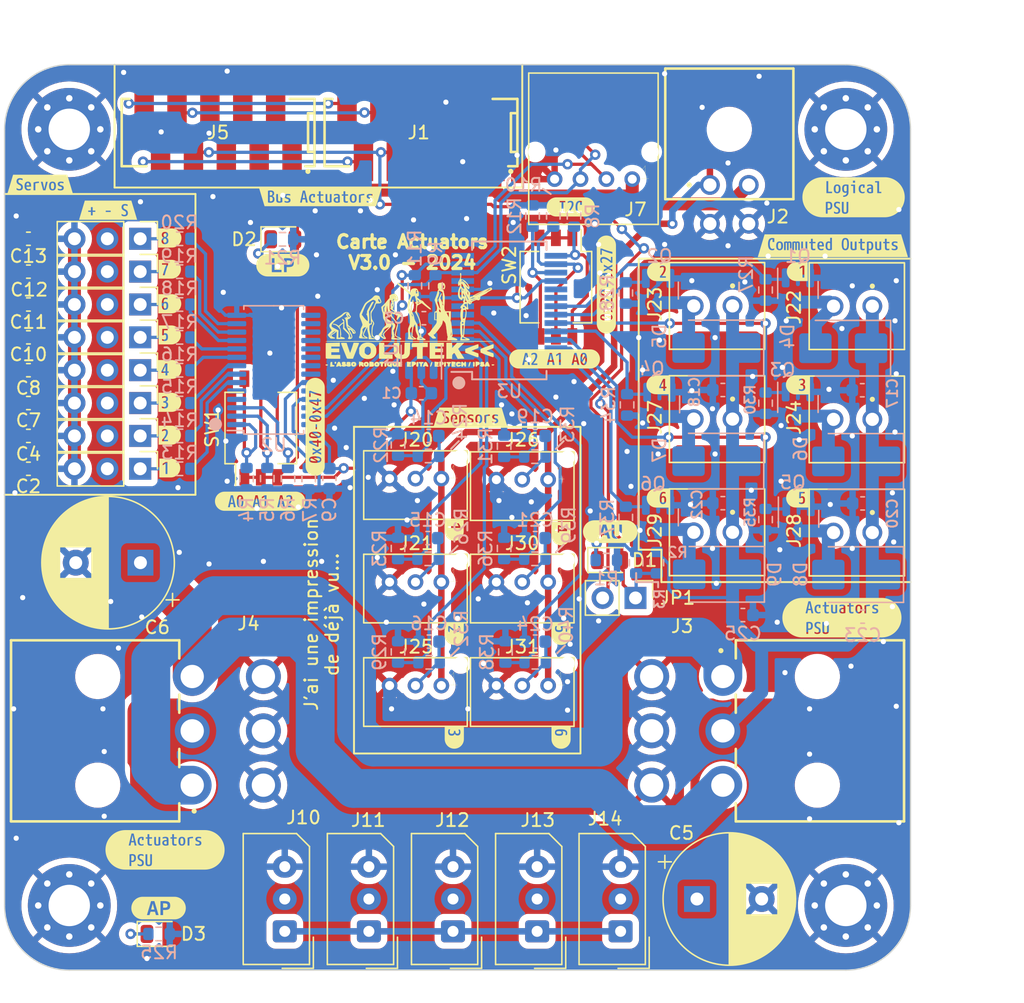
<source format=kicad_pcb>
(kicad_pcb (version 20221018) (generator pcbnew)
  (layers (0 "F.Cu" signal) (31 "B.Cu" signal) (34 "B.Paste" user) (35 "F.Paste" user) (36 "B.SilkS" user "B.Silkscreen") (37 "F.SilkS" user "F.Silkscreen") (38 "B.Mask" user) (39 "F.Mask" user) (44 "Edge.Cuts" user))
  (net 0 "")
  (net 1 "+5VL")
  (net 2 "GND")
  (net 3 "+5P")
  (net 4 "+3.3V")
  (net 5 "+12P")
  (net 6 "Net-(J20-Pin_2)")
  (net 7 "Net-(J25-Pin_2)")
  (net 8 "Net-(J30-Pin_2)")
  (net 9 "Net-(D1-K)")
  (net 10 "Net-(D2-K)")
  (net 11 "Net-(D3-K)")
  (net 12 "+12L")
  (net 13 "/SDA")
  (net 14 "/SCL")
  (net 15 "/AU")
  (net 16 "/RST")
  (net 17 "/CANH")
  (net 18 "/CANL")
  (net 19 "/PWM0")
  (net 20 "/PWM1")
  (net 21 "/PWM2")
  (net 22 "/AX12")
  (net 23 "/PWM3")
  (net 24 "/PWM4")
  (net 25 "/PWM5")
  (net 26 "/PWM6")
  (net 27 "/PWM7")
  (net 28 "Net-(J21-Pin_2)")
  (net 29 "Net-(J26-Pin_2)")
  (net 30 "Net-(U2-A0)")
  (net 31 "Net-(U2-A1)")
  (net 32 "Net-(U2-A2)")
  (net 33 "Net-(U2-~{OE})")
  (net 34 "Net-(U3-A0)")
  (net 35 "Net-(U3-A1)")
  (net 36 "Net-(U3-A2)")
  (net 37 "Net-(U2-LED0)")
  (net 38 "Net-(U2-LED1)")
  (net 39 "Net-(U2-LED2)")
  (net 40 "Net-(U2-LED3)")
  (net 41 "Net-(U2-LED4)")
  (net 42 "Net-(U2-LED5)")
  (net 43 "Net-(U2-LED6)")
  (net 44 "Net-(U2-LED7)")
  (net 49 "/B0")
  (net 50 "/B1")
  (net 51 "/B2")
  (net 52 "/B3")
  (net 53 "/B4")
  (net 54 "/B5")
  (net 55 "/B6")
  (net 56 "/B7")
  (net 61 "/A0")
  (net 62 "/A1")
  (net 63 "/A2")
  (net 64 "/A3")
  (net 65 "/A4")
  (net 66 "/A5")
  (net 67 "/A6")
  (net 68 "/A7")
  (net 69 "Net-(J31-Pin_2)")
  (net 70 "Net-(D4-A)")
  (net 71 "Net-(D5-A)")
  (net 72 "Net-(D6-A)")
  (net 73 "Net-(D7-A)")
  (net 74 "Net-(D8-A)")
  (net 75 "Net-(D9-A)")
  (net 76 "VPP")
  (footprint "Connector_PinHeader_2.54mm:PinHeader_1x03_P2.54mm_Vertical" (layer "F.Cu") (at 30.48 48.7 -90)
    (fp_text reference "J8" hide)
    (fp_text value "Servo")
  )
  (footprint "ConnectorsEvo:649006227222" (layer "F.Cu") (at 83 71.5 90)
    (fp_text reference "J3")
    (fp_text value "Actuators PSU")
  )
  (footprint "ConnectorsEvo:66200221124" (layer "F.Cu") (at 85.55 47.42 90)
    (fp_text reference "J24")
    (fp_text value "Commuted Output")
  )
  (footprint "MountingHole:MountingHole_3.2mm_M3_Pad_Via" (layer "F.Cu") (at 25 25)
    (fp_text reference "H2" hide)
    (fp_text value "M3")
  )
  (footprint "ConnectorsEvo:690367281076" (layer "F.Cu") (at 36.5 25.25 180)
    (fp_text reference "J5")
    (fp_text value "Bus Actuators")
  )
  (footprint "ConnectorsEvo:B03B-PASK" (layer "F.Cu") (at 51.75 60)
    (fp_text reference "J21")
    (fp_text value "Sensor")
  )
  (footprint "kibuzzard-66064500" (layer "F.Cu") (at 66.5 37 90)
    (fp_text reference "kibuzzard-66064500" hide)
    (fp_text value "G***" hide)
  )
  (footprint "ConnectorsEvo:690367281076" (layer "F.Cu") (at 52.175 25.25 180)
    (fp_text reference "J1")
    (fp_text value "Bus Actuators")
  )
  (footprint "kibuzzard-6606439F" (layer "F.Cu") (at 70.5 36)
    (fp_text reference "kibuzzard-6606439F" hide)
    (fp_text value "G***" hide)
  )
  (footprint "ComponentsEvo:logo-evo-min" (layer "F.Cu") (at 51.4 39.6)
    (fp_text reference "G***" hide)
    (fp_text value "LOGO" hide)
  )
  (footprint "Capacitor_SMD:C_0603_1608Metric" (layer "F.Cu") (at 21.844 36 180)
    (fp_text reference "C12")
    (fp_text value "4.7uF")
  )
  (footprint "MountingHole:MountingHole_3.2mm_M3_Pad_Via" (layer "F.Cu") (at 25 85)
    (fp_text reference "H1" hide)
    (fp_text value "M3")
  )
  (footprint "Button_Switch_SMD:SW_DIP_SPSTx03_Slide_KingTek_DSHP03TS_W7.62mm_P1.27mm" (layer "F.Cu") (at 39.8 48.09 90)
    (fp_text reference "SW1")
    (fp_text value "SW_DIP_x03")
  )
  (footprint "kibuzzard-660641AA" (layer "F.Cu") (at 32.766 35.814)
    (fp_text reference "kibuzzard-660641AA" hide)
    (fp_text value "G***" hide)
  )
  (footprint "MountingHole:MountingHole_3.2mm_M3_Pad_Via" (layer "F.Cu") (at 85 85)
    (fp_text reference "H4" hide)
    (fp_text value "M3")
  )
  (footprint "kibuzzard-660643A8" (layer "F.Cu") (at 81.25 44.75)
    (fp_text reference "kibuzzard-660643A8" hide)
    (fp_text value "G***" hide)
  )
  (footprint "Capacitor_SMD:C_0603_1608Metric" (layer "F.Cu") (at 21.844 51.24 180)
    (fp_text reference "C2")
    (fp_text value "4.7uF")
  )
  (footprint "kibuzzard-660643B2" (layer "F.Cu") (at 70.5 44.75)
    (fp_text reference "kibuzzard-660643B2" hide)
    (fp_text value "G***" hide)
  )
  (footprint "ConnectorsEvo:66200221124" (layer "F.Cu") (at 85.55 56.17 90)
    (fp_text reference "J28")
    (fp_text value "Commuted Output")
  )
  (footprint "Capacitor_THT:CP_Radial_D10.0mm_P5.00mm" (layer "F.Cu") (at 73.5 84.5)
    (fp_text reference "C5")
    (fp_text value "470uF")
  )
  (footprint "kibuzzard-660642A2" (layer "F.Cu") (at 54.75 56 -90)
    (fp_text reference "kibuzzard-660642A2" hide)
    (fp_text value "G***" hide)
  )
  (footprint "Connector_PinHeader_2.54mm:PinHeader_1x03_P2.54mm_Vertical" (layer "F.Cu") (at 30.48 46.16 -90)
    (fp_text reference "J9" hide)
    (fp_text value "Servo")
  )
  (footprint "kibuzzard-66064080" (layer "F.Cu") (at 66.8 56.1)
    (fp_text reference "kibuzzard-66064080" hide)
    (fp_text value "G***" hide)
  )
  (footprint "kibuzzard-660644DA" (layer "F.Cu") (at 39.75 53.75)
    (fp_text reference "kibuzzard-660644DA" hide)
    (fp_text value "G***" hide)
  )
  (footprint "Capacitor_SMD:C_0603_1608Metric" (layer "F.Cu") (at 21.844 46.16 180)
    (fp_text reference "C7")
    (fp_text value "4.7uF")
  )
  (footprint "Connector_PinHeader_2.54mm:PinHeader_1x02_P2.54mm_Vertical" (layer "F.Cu") (at 68.75 61.225 -90)
    (fp_text reference "JP1")
    (fp_text value "Jumper_2_Open")
  )
  (footprint "Capacitor_SMD:C_0603_1608Metric" (layer "F.Cu") (at 21.844 38.54 180)
    (fp_text reference "C11")
    (fp_text value "4.7uF")
  )
  (footprint "ConnectorsEvo:649006227222" (layer "F.Cu") (at 27 71.5 -90)
    (fp_text reference "J4")
    (fp_text value "Actuators PSU")
  )
  (footprint "ConnectorsEvo:22-03-5035" (layer "F.Cu") (at 61.15 87 90)
    (fp_text reference "J13")
    (fp_text value "AX12")
  )
  (footprint "kibuzzard-660644F6" (layer "F.Cu") (at 62.5 42.75)
    (fp_text reference "kibuzzard-660644F6" hide)
    (fp_text value "G***" hide)
  )
  (footprint "kibuzzard-6606413C" (layer "F.Cu") (at 32.766 48.641)
    (fp_text reference "kibuzzard-6606413C" hide)
    (fp_text value "G***" hide)
  )
  (footprint "kibuzzard-66064322" (layer "F.Cu") (at 84 34)
    (fp_text reference "kibuzzard-66064322" hide)
    (fp_text value "G***" hide)
  )
  (footprint "LED_SMD:LED_0805_2012Metric" (layer "F.Cu") (at 66.75 58.3)
    (fp_text reference "D1")
    (fp_text value "YELLOW")
  )
  (footprint "ConnectorsEvo:66200221124" (layer "F.Cu") (at 74.75 47.4 90)
    (fp_text reference "J27")
    (fp_text value "Commuted Output")
  )
  (footprint "ConnectorsEvo:B03B-PASK" (layer "F.Cu") (at 51.75 68)
    (fp_text reference "J25")
    (fp_text value "Sensor")
  )
  (footprint "kibuzzard-660643BA" (layer "F.Cu") (at 81.25 53.5)
    (fp_text reference "kibuzzard-660643BA" hide)
    (fp_text value "G***" hide)
  )
  (footprint "kibuzzard-660640BC" (layer "F.Cu") (at 85.6 30.25)
    (fp_text reference "kibuzzard-660640BC" hide)
    (fp_text value "G***" hide)
  )
  (footprint "ConnectorsEvo:66200221124" (layer "F.Cu") (at 74.75 38.65 90)
    (fp_text reference "J23")
    (fp_text value "Commuted Output")
  )
  (footprint "ConnectorsEvo:22-03-5035" (layer "F.Cu") (at 67.6 87 90)
    (fp_text reference "J14")
    (fp_text value "AX12")
  )
  (footprint "ConnectorsEvo:66200421022" (layer "F.Cu") (at 76 25.35 180)
    (fp_text reference "J2")
    (fp_text value "Logic PSU")
  )
  (footprint "MountingHole:MountingHole_3.2mm_M3_Pad_Via" (layer "F.Cu") (at 85 25)
    (fp_text reference "H3" hide)
    (fp_text value "M3")
  )
  (footprint "Capacitor_SMD:C_0603_1608Metric" (layer "F.Cu") (at 21.844 48.7 180)
    (fp_text reference "C4")
    (fp_text value "4.7uF")
  )
  (footprint "kibuzzard-6606417C" (layer "F.Cu") (at 32.766 51.181)
    (fp_text reference "kibuzzard-6606417C" hide)
    (fp_text value "G***" hide)
  )
  (footprint "Capacitor_SMD:C_0603_1608Metric" (layer "F.Cu") (at 21.844 41.08 180)
    (fp_text reference "C10")
    (fp_text value "4.7uF")
  )
  (footprint "kibuzzard-6606427D" (layer "F.Cu") (at 28 31.25)
    (fp_text reference "kibuzzard-6606427D" hide)
    (fp_text value "G***" hide)
  )
  (footprint "kibuzzard-660644C2" (layer "F.Cu") (at 44 48 90)
    (fp_text reference "kibuzzard-660644C2" hide)
    (fp_text value "G***" hide)
  )
  (footprint "kibuzzard-66064292" (layer "F.Cu") (at 56 47.25)
    (fp_text reference "kibuzzard-66064292" hide)
    (fp_text value "G***" hide)
  )
  (footprint "LED_SMD:LED_0805_2012Metric" (layer "F.Cu") (at 41.5 33.5)
    (fp_text reference "D2")
    (fp_text value "RED")
  )
  (footprint "kibuzzard-6606460E" (layer "F.Cu") (at 44.4 30.2)
    (fp_text reference "kibuzzard-6606460E" hide)
    (fp_text value "G***" hide)
  )
  (footprint "ConnectorsEvo:22-03-5035" (layer "F.Cu") (at 54.65 87 90)
    (fp_text reference "J12")
    (fp_text value "AX12")
  )
  (footprint "kibuzzard-660642C9" (layer "F.Cu") (at 63 64 -90)
    (fp_text reference "kibuzzard-660642C9" hide)
    (fp_text value "G***" hide)
  )
  (footprint "Capacitor_SMD:C_0603_1608Metric" (layer "F.Cu") (at 21.844 33.46 180)
    (fp_text reference "C13")
    (fp_text value "4.7uF")
  )
  (footprint "kibuzzard-660642D5" (layer "F.Cu") (at 63 72 -90)
    (fp_text reference "kibuzzard-660642D5" hide)
    (fp_text value "G***" hide)
  )
  (footprint "ConnectorsEvo:B03B-PASK" (layer "F.Cu") (at 60 68)
    (fp_text reference "J31")
    (fp_text value "Sensor")
  )
  (footprint "kibuzzard-660642B1" (layer "F.Cu") (at 54.75 72 -90)
    (fp_text reference "kibuzzard-660642B1" hide)
    (fp_text value "G***" hide)
  )
  (footprint "ConnectorsEvo:B03B-PASK" (layer "F.Cu") (at 60 52.08175)
    (fp_text reference "J26")
    (fp_text value "Sensor")
  )
  (footprint "Connector_PinHeader_2.54mm:PinHeader_1x03_P2.54mm_Vertical" (layer "F.Cu") (at 30.48 33.46 -90)
    (fp_text reference "J19" hide)
    (fp_text value "Servo")
  )
  (footprint "ConnectorsEvo:66200221124" (layer "F.Cu") (at 85.55 38.67 90)
    (fp_text reference "J22")
    (fp_text value "Commuted Output")
  )
  (footprint "Capacitor_SMD:C_0603_1608Metric" (layer "F.Cu") (at 21.844 43.62 180)
    (fp_text reference "C8")
    (fp_text value "4.7uF")
  )
  (footprint "kibuzzard-660641B1" (layer "F.Cu") (at 32.766 33.401)
    (fp_text reference "kibuzzard-660641B1" hide)
    (fp_text value "G***" hide)
  )
  (footprint "ConnectorsEvo:B03B-PASK" (layer "F.Cu") (at 51.75 52)
    (fp_text reference "J20")
    (fp_text value "Sensor")
  )
  (footprint "Connector_PinHeader_2.54mm:PinHeader_1x03_P2.54mm_Vertical" (layer "F.Cu") (at 30.48 51.24 -90)
    (fp_text reference "J6" hide)
    (fp_text value "Servo")
  )
  (footprint "ConnectorsEvo:B03B-PASK" (layer "F.Cu") (at 60 60)
    (fp_text reference "J30")
    (fp_text value "Sensor")
  )
  (footprint "ConnectorsEvo:22-03-5035" (layer "F.Cu") (at 41.65 87 90)
    (fp_text reference "J10")
    (fp_text value "AX12")
  )
  (footprint "kibuzzard-66064088" (layer "F.Cu") (at 41.5 35.5)
    (fp_text reference "kibuzzard-66064088" hide)
    (fp_text value "G***" hide)
  )
  (footprint "kibuzzard-66064190" (layer "F.Cu") (at 32.766 40.894)
    (fp_text reference "kibuzzard-66064190" hide)
    (fp_text value "G***" hide)
  )
  (footprint "kibuzzard-66064160" (layer "F.Cu") (at 32.766 46.101)
    (fp_text reference "kibuzzard-66064160" hide)
    (fp_text value "G***" hide)
  )
  (footprint "Connector_PinHeader_2.54mm:PinHeader_1x03_P2.54mm_Vertical" (layer "F.Cu") (at 30.48 43.62 -90)
    (fp_text reference "J15" hide)
    (fp_text value "Servo")
  )
  (footprint "kibuzzard-660642BD" (layer "F.Cu") (at 63 56.25 -90)
    (fp_text reference "kibuzzard-660642BD" hide)
    (fp_text value "G***" hide)
  )
  (footprint "Button_Switch_SMD:SW_DIP_SPSTx03_Slide_KingTek_DSHP03TS_W7.62mm_P1.27mm" (layer "F.Cu") (at 62.6 37.2 -90)
    (fp_text reference "SW2")
    (fp_text value "SW_DIP_x03")
  )
  (footprint "kibuzzard-660641A3" (layer "F.Cu") (at 32.766 38.481)
    (fp_text reference "kibuzzard-660641A3" hide)
    (fp_text value "G***" hide)
  )
  (footprint "kibuzzard-66064069" (layer "F.Cu") (at 31.9 85.2)
    (fp_text reference "kibuzzard-66064069" hide)
    (fp_text value "G***" hide)
  )
  (footprint "Connector_PinHeader_2.54mm:PinHeader_1x03_P2.54mm_Vertical" (layer "F.Cu") (at 30.48 36 -90)
    (fp_text reference "J18" hide)
    (fp_text value "Servo")
  )
  (footprint "ConnectorsEvo:22-03-5035" (layer "F.Cu") (at 48.15 87 90)
    (fp_text reference "J11")
    (fp_text value "AX12")
  )
  (footprint "Connector_PinHeader_2.54mm:PinHeader_1x03_P2.54mm_Vertical" (layer "F.Cu") (at 30.48 38.54 -90)
    (fp_text reference "J17" hide)
    (fp_text value "Servo")
  )
  (footprint "kibuzzard-66064268" (layer "F.Cu") (at 22.75 29.25)
    (fp_text reference "kibuzzard-66064268" hide)
    (fp_text value "G***" hide)
  )
  (footprint "ConnectorsEvo:S04B-PASK" (layer "F.Cu") (at 65.5 28.85)
    (fp_text reference "J7")
    (fp_text value "I2C")
  )
  (footprint "ConnectorsEvo:66200221124" (layer "F.Cu") (at 74.75 56.15 90)
    (fp_text reference "J29")
    (fp_text value "Commuted Output")
  )
  (footprint "kibuzzard-660642AA" (layer "F.Cu") (at 54.75 64 -90)
    (fp_text reference "kibuzzard-660642AA" hide)
    (fp_text value "G***" hide)
  )
  (footprint "kibuzzard-660640D0" (layer "F.Cu") (at 84.7 62.75)
    (fp_text reference "kibuzzard-660640D0" hide)
    (fp_text value "G***" hide)
  )
  (footprint "Connector_PinHeader_2.54mm:PinHeader_1x03_P2.54mm_Vertical" (layer "F.Cu") (at 30.48 41.08 -90)
    (fp_text reference "J16" hide)
    (fp_text value "Servo")
  )
  (footprint "kibuzzard-6606419C" (layer "F.Cu") (at 32.766 43.561)
    (fp_text reference "kibuzzard-6606419C" hide)
    (fp_text value "G***" hide)
  )
  (footprint "LED_SMD:LED_0805_2012Metric" (layer "F.Cu") (at 31.9375 87.2)
    (fp_text reference "D3")
    (fp_text value "RED")
  )
  (footprint "kibuzzard-660644AE" (layer "F.Cu") (at 63.75 31)
    (fp_text reference "kibuzzard-660644AE" hide)
    (fp_text value "G***" hide)
  )
  (footprint "Capacitor_THT:CP_Radial_D10.0mm_P5.00mm" (layer "F.Cu") (at 30.5 58.5 180)
    (fp_text reference "C6")
    (fp_text value "470uF")
  )
  (footprint "kibuzzard-660643C5" (layer "F.Cu") (at 70.5 53.5)
    (fp_text reference "kibuzzard-660643C5" hide)
    (fp_text value "G***" hide)
  )
  (footprint "kibuzzard-66064381" (layer "F.Cu") (at 81.25 36)
    (fp_text reference "kibuzzard-66064381" hide)
    (fp_text value "G***" hide)
  )
  (footprint "kibuzzard-660640D0" (layer "F.Cu") (at 32.4 80.7)
    (fp_text reference "kibuzzard-660640D0" hide)
    (fp_text value "G***" hide)
  )
  (footprint "Resistor_SMD:R_0603_1608Metric" (layer "B.Cu") (at 68 55 -90)
    (fp_text reference "R37")
    (fp_text value "10k")
  )
  (footprint "Package_TO_SOT_SMD:SOT-23-5" (layer "B.Cu") (at 52.2 42.5 90)
    (fp_text reference "U1")
    (fp_text value "NCP718xSN330")
  )
  (footprint "Resistor_SMD:R_0603_1608Metric" (layer "B.Cu") (at 53.3 37.1 90)
    (fp_text reference "R9")
    (fp_text value "4.7k")
  )
  (footprint "Resistor_SMD:R_0603_1608Metric" (layer "B.Cu") (at 50.4 65.4 -90)
    (fp_text reference "R29")
    (fp_text value "10k")
  )
  (footprint "Resistor_SMD:R_0603_1608Metric" (layer "B.Cu") (at 62.4 31.7 90)
    (fp_text reference "R10")
    (fp_text value "10k")
  )
  (footprint "Package_SO:SSOP-28_5.3x10.2mm_P0.65mm" (layer "B.Cu") (at 59 39)
    (fp_text reference "U3")
    (fp_text value "MCP23017_SS")
  )
  (footprint "Resistor_SMD:R_0603_1608Metric" (layer "B.Cu") (at 78.8 55.17 -90)
    (fp_text reference "R35")
    (fp_text value "10k")
  )
  (footprint "Resistor_SMD:R_0603_1608Metric" (layer "B.Cu") (at 78.8 46.17 -90)
    (fp_text reference "R30")
    (fp_text value "10k")
  )
  (footprint "Resistor_SMD:R_0603_1608Metric" (layer "B.Cu") (at 33.528 38.54 180)
    (fp_text reference "R18")
    (fp_text value "220")
  )
  (footprint "Diode_SMD:D_SMB" (layer "B.Cu") (at 85.8 59.42 180)
    (fp_text reference "D8")
    (fp_text value "D")
  )
  (footprint "Capacitor_SMD:C_0603_1608Metric" (layer "B.Cu") (at 75.5 53.9 180)
    (fp_text reference "C22")
    (fp_text value "4.7uF")
  )
  (footprint "Diode_SMD:D_SMB" (layer "B.Cu") (at 75 41.9 180)
    (fp_text reference "D5")
    (fp_text value "D")
  )
  (footprint "Resistor_SMD:R_0603_1608Metric" (layer "B.Cu") (at 50.4 57.4 -90)
    (fp_text reference "R23")
    (fp_text value "10k")
  )
  (footprint "Resistor_SMD:R_0603_1608Metric" (layer "B.Cu") (at 33.528 46.16 180)
    (fp_text reference "R15")
    (fp_text value "220")
  )
  (footprint "Resistor_SMD:R_0603_1608Metric" (layer "B.Cu") (at 50.4 49.4 -90)
    (fp_text reference "R22")
    (fp_text value "10k")
  )
  (footprint "Capacitor_SMD:C_0603_1608Metric" (layer "B.Cu") (at 77.05 62.55)
    (fp_text reference "C25")
    (fp_text value "4.7uF")
  )
  (footprint "Capacitor_SMD:C_0603_1608Metric" (layer "B.Cu") (at 52.7 56.6)
    (fp_text reference "C15")
    (fp_text value "100nF")
  )
  (footprint "Package_TO_SOT_SMD:SOT-23" (layer "B.Cu") (at 81.3 37.42 -90)
    (fp_text reference "Q1")
    (fp_text value "Q_NMOS_GSD")
  )
  (footprint "Package_TO_SOT_SMD:SOT-23" (layer "B.Cu") (at 70.5 55 -90)
    (fp_text reference "Q6")
    (fp_text value "Q_NMOS_GSD")
  )
  (footprint "Diode_SMD:D_SMB" (layer "B.Cu") (at 75.05 59.4 180)
    (fp_text reference "D9")
    (fp_text value "D")
  )
  (footprint "Resistor_SMD:R_0603_1608Metric" (layer "B.Cu") (at 78.8 37.42 -90)
    (fp_text reference "R27")
    (fp_text value "10k")
  )
  (footprint "Resistor_SMD:R_0603_1608Metric" (layer "B.Cu") (at 31.9375 87.2)
    (fp_text reference "R25")
    (fp_text value "4.7k")
  )
  (footprint "Resistor_SMD:R_0603_1608Metric" (layer "B.Cu") (at 41.475 33.5)
    (fp_text reference "R21")
    (fp_text value "1k")
  )
  (footprint "Package_TO_SOT_SMD:SOT-23" (layer "B.Cu") (at 81.3 46.2325 -90)
    (fp_text reference "Q3")
    (fp_text value "Q_NMOS_GSD")
  )
  (footprint "Resistor_SMD:R_0603_1608Metric" (layer "B.Cu") (at 58.7 65.4 -90)
    (fp_text reference "R38")
    (fp_text value "10k")
  )
  (footprint "Resistor_SMD:R_0603_1608Metric" (layer "B.Cu") (at 41.9 52 -90)
    (fp_text reference "R6")
    (fp_text value "10k")
  )
  (footprint "Resistor_SMD:R_0603_1608Metric" (layer "B.Cu") (at 40.3 52 -90)
    (fp_text reference "R5")
    (fp_text value "10k")
  )
  (footprint "Resistor_SMD:R_0603_1608Metric" (layer "B.Cu") (at 33.528 51.24 180)
    (fp_text reference "R13")
    (fp_text value "220")
  )
  (footprint "Resistor_SMD:R_0603_1608Metric" (layer "B.Cu") (at 68.8 58.5 90)
    (fp_text reference "R3")
    (fp_text value "120")
  )
  (footprint "Capacitor_SMD:C_0603_1608Metric" (layer "B.Cu") (at 52.4 39.6 180)
    (fp_text reference "C3")
    (fp_text value "100nF")
  )
  (footprint "Capacitor_SMD:C_0603_1608Metric" (layer "B.Cu") (at 86.3 62.67 180)
    (fp_text reference "C23")
    (fp_text value "4.7uF")
  )
  (footprint "Resistor_SMD:R_0603_1608Metric" (layer "B.Cu") (at 52.8 66.2)
    (fp_text reference "R32")
    (fp_text value "33k")
  )
  (footprint "Resistor_SMD:R_0603_1608Metric" (layer "B.Cu") (at 70.4 58.5 -90)
    (fp_text reference "R2")
    (fp_text value "330")
  )
  (footprint "Resistor_SMD:R_0603_1608Metric" (layer "B.Cu") (at 43.5 52 90)
    (fp_text reference "R7")
    (fp_text value "10k")
  )
  (footprint "Package_TO_SOT_SMD:SOT-23" (layer "B.Cu") (at 70.6 46.2625 -90)
    (fp_text reference "Q4")
    (fp_text value "Q_NMOS_GSD")
  )
  (footprint "Resistor_SMD:R_0603_1608Metric" (layer "B.Cu") (at 60.975 50.3)
    (fp_text reference "R33")
    (fp_text value "33k")
  )
  (footprint "Capacitor_SMD:C_0603_1608Metric" (layer "B.Cu") (at 61 48.7)
    (fp_text reference "C19")
    (fp_text value "100nF")
  )
  (footprint "Resistor_SMD:R_0603_1608Metric" (layer "B.Cu") (at 33.528 48.7 180)
    (fp_text reference "R14")
    (fp_text value "220")
  )
  (footprint "Resistor_SMD:R_0603_1608Metric" (layer "B.Cu") (at 33.528 41.08 180)
    (fp_text reference "R17")
    (fp_text value "220")
  )
  (footprint "Resistor_SMD:R_0603_1608Metric" (layer "B.Cu") (at 60.975 58.2)
    (fp_text reference "R39")
    (fp_text value "33k")
  )
  (footprint "Resistor_SMD:R_0603_1608Metric" (layer "B.Cu") (at 33.528 43.62 180)
    (fp_text reference "R16")
    (fp_text value "220")
  )
  (footprint "Diode_SMD:D_SMB" (layer "B.Cu") (at 84.8 41.92 180)
    (fp_text reference "D4")
    (fp_text value "D")
  )
  (footprint "Capacitor_SMD:C_0603_1608Metric" (layer "B.Cu") (at 61 64.6)
    (fp_text reference "C24")
    (fp_text value "100nF")
  )
  (footprint "Resistor_SMD:R_0603_1608Metric" (layer "B.Cu") (at 38.7 52 -90)
    (fp_text reference "R4")
    (fp_text value "10k")
  )
  (footprint "Capacitor_SMD:C_0603_1608Metric" (layer "B.Cu") (at 52.2 45.4)
    (fp_text reference "C1")
    (fp_text value "10uF")
  )
  (footprint "Resistor_SMD:R_0603_1608Metric" (layer "B.Cu") (at 58.6 49.5 -90)
    (fp_text reference "R31")
    (fp_text value "10k")
  )
  (footprint "Package_TO_SOT_SMD:SOT-23" (layer "B.Cu") (at 81.35 55.1075 -90)
    (fp_text reference "Q5")
    (fp_text value "Q_NMOS_GSD")
  )
  (footprint "Capacitor_SMD:C_0603_1608Metric" (layer "B.Cu") (at 75.5 45.15 180)
    (fp_text reference "C18")
    (fp_text value "4.7uF")
  )
  (footprint "Diode_SMD:D_SMB" (layer "B.Cu") (at 85.8 50.67 180)
    (fp_text reference "D6")
    (fp_text value "D")
  )
  (footprint "Capacitor_SMD:C_0603_1608Metric" (layer "B.Cu") (at 52.775 48.7)
    (fp_text reference "C14")
    (fp_text value "100nF")
  )
  (footprint "Capacitor_SMD:C_0603_1608Metric" (layer "B.Cu") (at 86.275 45.17 180)
    (fp_text reference "C17")
    (fp_text value "4.7uF")
  )
  (footprint "Resistor_SMD:R_0603_1608Metric" (layer "B.Cu") (at 51.7 37.1 90)
    (fp_text reference "R11")
    (fp_text value "4.7k")
  )
  (footprint "Resistor_SMD:R_0603_1608Metric" (layer "B.Cu") (at 58.6 57.4 -90)
    (fp_text reference "R36")
    (fp_text value "10k")
  )
  (footprint "Package_TO_SOT_SMD:SOT-23" (layer "B.Cu") (at 70.5 37.4625 -90)
    (fp_text reference "Q2")
    (fp_text value "Q_NMOS_GSD")
  )
  (footprint "Diode_SMD:D_SMB" (layer "B.Cu") (at 75 50.65 180)
    (fp_text reference "D7")
    (fp_text value "D")
  )
  (footprint "Resistor_SMD:R_0603_1608Metric" (layer "B.Cu") (at 52.725 58.2)
    (fp_text reference "R26")
    (fp_text value "33k")
  )
  (footprint "Capacitor_SMD:C_0603_1608Metric" (layer "B.Cu") (at 45.1 52 90)
    (fp_text reference "C9")
    (fp_text value "10uF")
  )
  (footprint "Resistor_SMD:R_0603_1608Metric" (layer "B.Cu") (at 68.1 46.3 -90)
    (fp_text reference "R34")
    (fp_text value "10k")
  )
  (footprint "Capacitor_SMD:C_0603_1608Metric" (layer "B.Cu") (at 52.8 64.6)
    (fp_text reference "C16")
    (fp_text value "100nF")
  )
  (footprint "Package_SO:TSSOP-28_4.4x9.7mm_P0.65mm" (layer "B.Cu") (at 40.8 43.6)
    (fp_text reference "U2")
    (fp_text value "PCA9685PW")
  )
  (footprint "Resistor_SMD:R_0603_1608Metric" (layer "B.Cu") (at 33.528 36 180)
    (fp_text reference "R19")
    (fp_text value "220")
  )
  (footprint "Resistor_SMD:R_0603_1608Metric" (layer "B.Cu") (at 61 66.2)
    (fp_text reference "R40")
    (fp_text value "33k")
  )
  (footprint "Resistor_SMD:R_0603_1608Metric" (layer "B.Cu") (at 33.528 33.46 180)
    (fp_text reference "R20")
    (fp_text value "220")
  )
  (footprint "Capacitor_SMD:C_0603_1608Metric" (layer "B.Cu") (at 86.3 53.92 180)
    (fp_text reference "C20")
    (fp_text value "4.7uF")
  )
  (footprint "Resistor_SMD:R_0603_1608Metric" (layer "B.Cu") (at 64 31.7 90)
    (fp_text reference "R8")
    (fp_text value "10k")
  )
  (footprint "Resistor_SMD:R_0603_1608Metric" (layer "B.Cu") (at 52.75 50.25)
    (fp_text reference "R24")
    (fp_text value "33k")
  )
  (footprint "Capacitor_SMD:C_0603_1608Metric" (layer "B.Cu") (at 61 56.6)
    (fp_text reference "C21")
    (fp_text value "100nF")
  )
  (footprint "Resistor_SMD:R_0603_1608Metric" (layer "B.Cu") (at 68 37.65 -90)
    (fp_text reference "R28")
    (fp_text value "10k")
  )
  (footprint "Resistor_SMD:R_0603_1608Metric" (layer "B.Cu") (at 66.5 58.3)
    (fp_text reference "R1")
    (fp_text value "1k")
  )
  (footprint "Resistor_SMD:R_0603_1608Metric" (layer "B.Cu") (at 60.8 31.7 90)
    (fp_text reference "R12")
    (fp_text value "10k")
  )
  (gr_line (start 63.2 57.1) (end 62.6 57.7) (stroke (width 0.15)) (layer "B.SilkS"))
  (gr_line (start 61.6 29.6) (end 62.2 30) (stroke (width 0.15)) (layer "B.SilkS"))
  (gr_line (start 68.8 60) (end 70.5 60) (stroke (width 0.15)) (layer "B.SilkS"))
  (gr_line (start 70.5 60) (end 70.5 60.4) (stroke (width 0.15)) (layer "B.SilkS"))
  (gr_line (start 55 57.2) (end 54.4 57.8) (stroke (width 0.15)) (layer "B.SilkS"))
  (gr_line (start 63.3 64.9) (end 62.7 65.5) (stroke (width 0.15)) (layer "B.SilkS"))
  (gr_line (start 55.1 65.1) (end 54.5 65.7) (stroke (width 0.15)) (layer "B.SilkS"))
  (gr_line (start 55.1 49.1) (end 54.5 49.7) (stroke (width 0.15)) (layer "B.SilkS"))
  (gr_line (start 68.8 60) (end 68.8 59.3) (stroke (width 0.15)) (layer "B.SilkS"))
  (gr_circle (center 55.1 44.6) (end 55.35 44.6) (stroke (width 0.5)) (fill none) (layer "B.SilkS"))
  (gr_circle (center 36.3 47.8) (end 36.55 47.8) (stroke (width 0.5)) (fill none) (layer "B.SilkS"))
  (gr_line (start 63.2 49.1) (end 62.6 49.7) (stroke (width 0.15)) (layer "B.SilkS"))
  (gr_line (start 28.5 20) (end 28.5 29.5) (stroke (width 0.15)) (layer "F.SilkS"))
  (gr_line (start 34.75 30) (end 20 30) (stroke (width 0.15)) (layer "F.SilkS"))
  (gr_rect (start 47 48) (end 64.5 73.25) (stroke (width 0.15)) (fill none) (layer "F.SilkS"))
  (gr_line (start 90 60) (end 70.75 60) (stroke (width 0.15)) (layer "F.SilkS"))
  (gr_line (start 60 29.5) (end 28.5 29.5) (stroke (width 0.15)) (layer "F.SilkS"))
  (gr_line (start 70.75 57.5) (end 69 57.5) (stroke (width 0.15)) (layer "F.SilkS"))
  (gr_line (start 70.75 60) (end 70.75 57.5) (stroke (width 0.15)) (layer "F.SilkS"))
  (gr_line (start 69 57.5) (end 69 35) (stroke (width 0.15)) (layer "F.SilkS"))
  (gr_line (start 34.75 30) (end 34.75 53.25) (stroke (width 0.15)) (layer "F.SilkS"))
  (gr_line (start 34.75 53.25) (end 20 53.25) (stroke (width 0.15)) (layer "F.SilkS"))
  (gr_line (start 60 20) (end 60 29.5) (stroke (width 0.15)) (layer "F.SilkS"))
  (gr_line (start 69 35) (end 90 35) (stroke (width 0.15)) (layer "F.SilkS"))
  (gr_arc (start 20 25) (mid 21.464466 21.464466) (end 25 20) (stroke (width 0.1)) (layer "Edge.Cuts"))
  (gr_line (start 25 20) (end 85 20) (stroke (width 0.1)) (layer "Edge.Cuts"))
  (gr_line (start 85 90) (end 25 90) (stroke (width 0.1)) (layer "Edge.Cuts"))
  (gr_arc (start 25 90) (mid 21.464466 88.535534) (end 20 85) (stroke (width 0.1)) (layer "Edge.Cuts"))
  (gr_arc (start 90 85) (mid 88.535534 88.535534) (end 85 90) (stroke (width 0.1)) (layer "Edge.Cuts"))
  (gr_line (start 20 85) (end 20 25) (stroke (width 0.1)) (layer "Edge.Cuts"))
  (gr_line (start 90 25) (end 90 85) (stroke (width 0.1)) (layer "Edge.Cuts"))
  (gr_arc (start 85 20) (mid 88.535534 21.464466) (end 90 25) (stroke (width 0.1)) (layer "Edge.Cuts"))
  (gr_text "J'ai une impression\nde déjà vu..." (at 44.5 62.5 90) (layer "F.SilkS") (effects (font (size 1 1))))
  (gr_text "Carte Actuators\nV3.0 - 2024" (at 51.5 34.5) (layer "F.SilkS") (effects (font (size 1 1) (thickness 0.25) bold)))
  (segment (start 57.89 29.69) (end 57.9 29.7) (width 1) (layer "F.Cu") (net 1))
  (segment (start 39.8 51.9) (end 38.53 51.9) (width 0.25) (layer "F.Cu") (net 1))
  (segment (start 69.111 30.765) (end 76.035 30.765) (width 1) (layer "F.Cu") (net 1))
  (segment (start 47 51.2) (end 51.4 46.8) (width 0.25) (layer "F.Cu") (net 1))
  (segment (start 58.354 30.154) (end 68.5 30.154) (width 1) (layer "F.Cu") (net 1))
  (segment (start 57.89 27.5) (end 57.89 29.69) (width 1) (layer "F.Cu") (net 1))
  (segment (start 68.5 30.154) (end 69.111 30.765) (width 1) (layer "F.Cu") (net 1))
  (segment (start 57.9 29.7) (end 43.6 29.7) (width 1) (layer "F.Cu") (net 1))
  (segment (start 43.6 29.7) (end 42.625 30.675) (width 0.25) (layer "F.Cu") (net 1))
  (segment (start 41.07 51.9) (end 39.8 51.9) (width 0.25) (layer "F.Cu") (net 1))
  (segment (start 76.035 30.765) (end 77.5 29.3) (width 1) (layer "F.Cu") (net 1))
  (segment (start 46.2 51.2) (end 47 51.2) (width 0.25) (layer "F.Cu") (net 1))
  (segment (start 68.5 30.154) (end 68.5 28.85) (width 1) (layer "F.Cu") (net 1))
  (segment (start 43.6 29.7) (end 42.215 28.315) (width 1) (layer "F.Cu") (net 1))
  (segment (start 42.625 50.345) (end 41.07 51.9) (width 0.25) (layer "F.Cu") (net 1))
  (segment (start 41.07 51.9) (end 45.5 51.9) (width 0.25) (layer "F.Cu") (net 1))
  (segment (start 45.5 51.9) (end 46.2 51.2) (width 0.25) (layer "F.Cu") (net 1))
  (segment (start 42.625 30.675) (end 42.625 50.345) (width 0.25) (layer "F.Cu") (net 1))
  (segment (start 57.9 29.7) (end 58.354 30.154) (width 1) (layer "F.Cu") (net 1))
  (segment (start 42.215 28.315) (end 42.215 27.5) (width 1) (layer "F.Cu") (net 1))
  (via (at 46.2 51.2) (size 0.8) (drill 0.4) (layers "F.Cu" "B.Cu") (net 1))
  (via (at 51.4 46.8) (size 0.8) (drill 0.4) (layers "F.Cu" "B.Cu") (net 1))
  (segment (start 53.15 43.253249) (end 53.15 43.6375) (width 0.25) (layer "B.Cu") (net 1))
  (segment (start 43.6625 48.1125) (end 43.6625 47.825) (width 0.25) (layer "B.Cu") (net 1))
  (segment (start 51.425 45.4) (end 51.425 43.8125) (width 0.25) (layer "B.Cu") (net 1))
  (segment (start 51.425 43.8125) (end 51.25 43.6375) (width 0.25) (layer "B.Cu") (net 1))
  (segment (start 52.546751 42.65) (end 53.15 43.253249) (width 0.25) (layer "B.Cu") (net 1))
  (segment (start 51.4 46.8) (end 51.4 45.425) (width 0.25) (layer "B.Cu") (net 1))
  (segment (start 45.1 49.55) (end 43.6625 48.1125) (width 0.25) (layer "B.Cu") (net 1))
  (segment (start 46.2 51.2) (end 46.175 51.225) (width 0.25) (layer "B.Cu") (net 1))
  (segment (start 51.25 43.6375) (end 51.25 43.253249) (width 0.25) (layer "B.Cu") (net 1))
  (segment (start 51.4 45.425) (end 51.425 45.4) (width 0.25) (layer "B.Cu") (net 1))
  (segment (start 51.25 43.253249) (end 51.853249 42.65) (width 0.25) (layer "B.Cu") (net 1))
  (segment (start 45.1 51.225) (end 45.1 49.55) (width 0.25) (layer "B.Cu") (net 1))
  (segment (start 51.853249 42.65) (end 52.546751 42.65) (width 0.25) (layer "B.Cu") (net 1))
  (segment (start 46.175 51.225) (end 45.1 51.225) (width 0.25) (layer "B.Cu") (net 1))
  (segment (start 80.925 74.575) (end 82.2 73.3) (width 0.25) (layer "F.Cu") (net 2))
  (segment (start 82.2 78.3) (end 80.925 77.025) (width 0.25) (layer "F.Cu") (net 2))
  (segment (start 62.5 28.85) (end 62.5 26.7) (width 0.5) (layer "F.Cu") (net 2))
  (segment (start 38.2 20.5) (end 37.2 20.5) (width 1) (layer "F.Cu") (net 2))
  (segment (start 29.075 74.475) (end 27.7 73.1) (width 0.25) (layer "F.Cu") (net 2))
  (segment (start 39.1 30.9) (end 38.4 30.2) (width 1) (layer "F.Cu") (net 2))
  (segment (start 38.4 30.2) (end 36.1 30.2) (width 1) (layer "F.Cu") (net 2))
  (segment (start 61.45 28.85) (end 59.6 27) (width 0.5) (layer "F.Cu") (net 2))
  (segment (start 38.405 20.705) (end 38.2 20.5) (width 1) (layer "F.Cu") (net 2))
  (segment (start 29.075 76.725) (end 29.075 74.475) (width 0.25) (layer "F.Cu") (net 2))
  (segment (start 39.675 30.325) (end 39.1 30.9) (width 1) (layer "F.Cu") (net 2))
  (segment (start 38.405 23) (end 38.405 20.705) (width 1) (layer "F.Cu") (net 2))
  (segment (start 27.7 78.1) (end 29.075 76.725) (width 0.25) (layer "F.Cu") (net 2))
  (segment (start 39.675 27.5) (end 39.675 30.325) (width 1) (layer "F.Cu") (net 2))
  (segment (start 25.4 33.46) (end 25.4 51.24) (width 1) (layer "F.Cu") (net 2))
  (segment (start 80.925 77.025) (end 80.925 74.575) (width 0.25) (layer "F.Cu") (net 2))
  (segment (start 62.5 28.85) (end 61.45 28.85) (width 0.5) (layer "F.Cu") (net 2))
  (segment (start 62.5 26.7) (end 62.6 26.6) (width 0.5) (layer "F.Cu") (net 2))
  (via (at 55.8 69.8) (size 0.8) (drill 0.4) (layers "F.Cu" "B.Cu") (net 2))
  (via (at 36.5 46.7) (size 0.8) (drill 0.4) (layers "F.Cu" "B.Cu") (net 2))
  (via (at 50.2 34.7) (size 0.8) (drill 0.4) (layers "F.Cu" "B.Cu") (net 2))
  (via (at 27.7 78.1) (size 0.8) (drill 0.4) (layers "F.Cu" "B.Cu") (net 2))
  (via (at 37.2 20.5) (size 0.8) (drill 0.4) (layers "F.Cu" "B.Cu") (net 2))
  (via (at 73 54) (size 0.8) (drill 0.4) (layers "F.Cu" "B.Cu") (net 2))
  (via (at 83.5 63.2) (size 0.8) (drill 0.4) (layers "F.Cu" "B.Cu") (net 2))
  (via (at 47.8 45.8) (size 0.8) (drill 0.4) (layers "F.Cu" "B.Cu") (net 2))
  (via (at 45.4 44.4) (size 0.8) (drill 0.4) (layers "F.Cu" "B.Cu") (net 2))
  (via (at 44 31.3) (size 0.8) (drill 0.4) (layers "F.Cu" "B.Cu") (net 2))
  (via (at 46.4 49.6) (size 0.8) (drill 0.4) (layers "F.Cu" "B.Cu") (net 2))
  (via (at 52.8 34.2) (size 0.8) (drill 0.4) (layers "F.Cu" "B.Cu") (net 2))
  (via (at 73.9 23.3) (size 0.8) (drill 0.4) (layers "F.Cu" "B.Cu") (net 2))
  (via (at 41.4 38.8) (size 0.8) (drill 0.4) (layers "F.Cu" "B.Cu") (net 2))
  (via (at 74.7 57.4) (size 0.8) (drill 0.4) (layers "F.Cu" "B.Cu") (net 2))
  (via (at 44.5 58.4) (size 0.8) (drill 0.4) (layers "F.Cu" "B.Cu") (net 2))
  (via (at 80.4 39.8) (size 0.8) (drill 0.4) (layers "F.Cu" "B.Cu") (net 2))
  (via (at 74.9 41.1) (size 0.8) (drill 0.4) (layers "F.Cu" "B.Cu") (net 2))
  (via (at 48.8 58.1) (size 0.8) (drill 0.4) (layers "F.Cu" "B.Cu") (net 2))
  (via (at 48.8 41.1) (size 0.8) (drill 0.4) (layers "F.Cu" "B.Cu") (net 2))
  (via (at 75.9 27.6) (size 0.8) (drill 0.4) (layers "F.Cu" "B.Cu") (net 2))
  (via (at 51.9 53.7) (size 0.8) (drill 0.4) (layers "F.Cu" "B.Cu") (net 2))
  (via (at 79 34.8) (size 0.8) (drill 0.4) (layers "F.Cu" "B.Cu") (net 2))
  (via (at 50.1 46.3) (size 0.8) (drill 0.4) (layers "F.Cu" "B.Cu") (net 2))
  (via (at 46.7 52.7) (size 0.8) (drill 0.4) (layers "F.Cu" "B.Cu") (net 2))
  (via (at 60.4 61.6) (size 0.8) (drill 0.4) (layers "F.Cu" "B.Cu") (net 2))
  (via (at 82.2 69.8) (size 0.8) (drill 0.4) (layers "F.Cu" "B.Cu") (net 2))
  (via (at 85.5 37.1) (size 0.8) (drill 0.4) (layers "F.Cu" "B.Cu") (net 2))
  (via (at 60.3 39.4) (size 0.8) (drill 0.4) (layers "F.Cu" "B.Cu") (net 2))
  (via (at 80.1 43.4) (size 0.8) (drill 0.4) (layers "F.Cu" "B.Cu") (net 2))
  (via (at 59.2 55) (size 0.8) (drill 0.4) (layers "F.Cu" "B.Cu") (net 2))
  (via (at 40.5 42.3) (size 0.8) (drill 0.4) (layers "F.Cu" "B.Cu") (net 2))
  (via (at 45.5 48.1) (size 0.8) (drill 0.4) (layers "F.Cu" "B.Cu") (net 2))
  (via (at 41.5 30.1) (size 0.8) (drill 0.4) (layers "F.Cu" "B.Cu") (net 2))
  (via (at 35.8 58.6) (size 0.8) (drill 0.4) (layers "F.Cu" "B.Cu") (net 2))
  (via (at 21.4 61.2) (size 0.8) (drill 0.4) (layers "F.Cu" "B.Cu") (net 2))
  (via (at 81.4 49) (size 0.8) (drill 0.4) (layers "F.Cu" "B.Cu") (net 2))
  (via (at 57.8 39.2) (size 0.8) (drill 0.4) (layers "F.Cu" "B.Cu") (net 2))
  (via (at 60.7 53.8) (size 0.8) (drill 0.4) (layers "F.Cu" "B.Cu") (net 2))
  (via (at 65.9 63) (size 0.8) (drill 0.4) (layers "F.Cu" "B.Cu") (net 2))
  (via (at 55 62.8) (size 0.8) (drill 0.4) (layers "F.Cu" "B.Cu") (net 2))
  (via (at 20.8 53.1) (size 0.8) (drill 0.4) (layers "F.Cu" "B.Cu") (net 2))
  (via (at 79.7 63.1) (size 0.8) (drill 0.4) (layers "F.Cu" "B.Cu") (net 2))
  (via (at 50 43.7) (size 0.8) (drill 0.4) (layers "F.Cu" "B.Cu") (net 2))
  (via (at 68.4 52.6) (size 0.8) (drill 0.4) (layers "F.Cu" "B.Cu") (net 2))
  (via (at 75 60.1) (size 0.8) (drill 0.4) (layers "F.Cu" "B.Cu") (net 2))
  (via (at 85.5 57.4) (size 0.8) (drill 0.4) (layers "F.Cu" "B.Cu") (net 2))
  (via (at 74.9 50.1) (size 0.8) (drill 0.4) (layers "F.Cu" "B.Cu") (net 2))
  (via (at 73.1 36.7) (size 0.8) (drill 0.4) (layers "F.Cu" "B.Cu") (net 2))
  (via (at 55.4 27.5) (size 0.8) (drill 0.4) (layers "F.Cu" "B.Cu") (net 2))
  (via (at 83.7 45.1) (size 0.8) (drill 0.4) (layers "F.Cu" "B.Cu") (net 2))
  (via (at 42.7 54.2) (size 0.8) (drill 0.4) (layers "F.Cu" "B.Cu") (net 2))
  (via (at 88.6 61.9) (size 0.8) (drill 0.4) (layers "F.Cu" "B.Cu") (net 2))
  (via (at 88.8 48.4) (size 0.8) (drill 0.4) (layers "F.Cu" "B.Cu") (net 2))
  (via (at 49.9 69.8) (size 0.8) (drill 0.4) (layers "F.Cu" "B.Cu") (net 2))
  (via (at 88.9 36.7) (size 0.8) (drill 0.4) (layers "F.Cu" "B.Cu") (net 2))
  (via (at 35.8 25.3) (size 0.8) (drill 0.4) (layers "F.Cu" "B.Cu") (net 2))
  (via (at 74.7 46.6) (size 0.8) (drill 0.4) (layers "F.Cu" "B.Cu") (net 2))
  (via (at 60.5 42.8) (size 0.8) (drill 0.4) (layers "F.Cu" "B.Cu") (net 2))
  (via (at 47.5 31.3) (size 0.8) (drill 0.4) (layers "F.Cu" "B.Cu") (net 2))
  (via (at 88.6 53.1) (size 0.8) (drill 0.4) (layers "F.Cu" "B.Cu") (net 2))
  (via (at 62.6 26.6) (size 0.8) (drill 0.4) (layers "F.Cu" "B.Cu") (net 2))
  (via (at 29.2 20.6) (size 0.8) (drill 0.4) (layers "F.Cu" "B.Cu") (net 2))
  (via (at 31 89.1) (size 0.8) (drill 0.4) (layers "F.Cu" "B.Cu") (net 2))
  (via (at 88.7 56.9) (size 0.8) (drill 0.4) (layers "F.Cu" "B.Cu") (net 2))
  (via (at 65.9 33.9) (size 0.8) (drill 0.4) (layers "F.Cu" "B.Cu") (net 2))
  (via (at 65.6 32.3) (size 0.8) (drill 0.4) (layers "F.Cu" "B.Cu") (net 2))
  (via (at 83.8 54) (size 0.8) (drill 0.4) (layers "F.Cu" "B.Cu") (net 2))
  (via (at 28.2 61.5) (size 0.8) (drill 0.4) (layers "F.Cu" "B.Cu") (net 2))
  (via (at 33.5 57.7) (size 0.8) (drill 0.4) (layers "F.Cu" "B.Cu") (net 2))
  (via (at 80 47.9) (size 0.8) (drill 0.4) (layers "F.Cu" "B.Cu") (net 2))
  (via (at 57.5 36.9) (size 0.8) (drill 0.4) (layers "F.Cu" "B.Cu") (net 2))
  (via (at 75.9 34) (size 0.8) (drill 0.4) (layers "F.Cu" "B.Cu") (net 2))
  (via (at 30.5 30.6) (size 0.8) (drill 0.4) (layers "F.Cu" "B.Cu") (net 2))
  (via (at 39 32.2) (size 0.8) (drill 0.4) (layers "F.Cu" "B.Cu") (net 2))
  (via (at 59.3 32.2) (size 0.8) (drill 0.4) (layers "F.Cu" "B.Cu") (net 2))
  (via (at 63.5 69.9) (size 0.8) (drill 0.4) (layers "F.Cu" "B.Cu") (net 2))
  (via (at 30.6 62.7) (size 0.8) (drill 0.4) (layers "F.Cu" "B.Cu") (net 2))
  (via (at 51.1 55.2) (size 0.8) (drill 0.4) (layers "F.Cu" "B.Cu") (net 2))
  (via (at 78.3 20.9) (size 0.8) (drill 0.4) (layers "F.Cu" "B.Cu") (net 2))
  (via (at 63.5 67.7) (size 0.8) (drill 0.4) (layers "F.Cu" "B.Cu") (net 2))
  (via (at 69.3 47.7) (size 0.8) (drill 0.4) (layers "F.Cu" "B.Cu") (net 2))
  (via (at 41.1 35.6) (size 0.8) (drill 0.4) (layers "F.Cu" "B.Cu") (net 2))
  (via (at 89.1 31.2) (size 0.8) (drill 0.4) (layers "F.Cu" "B.Cu") (net 2))
  (via (at 59.6 27) (size 0.8) (drill 0.4) (layers "F.Cu" "B.Cu") (net 2))
  (via (at 69 41.1) (size 0.8) (drill 0.4) (layers "F.Cu" "B.Cu") (net 2))
  (via (at 69.3 43.6) (size 0.8) (drill 0.4) (layers "F.Cu" "B.Cu") (net 2))
  (via (at 27.7 73.1) (size 0.8) (drill 0.4) (layers "F.Cu" "B.Cu") (net 2))
  (via (at 37.2 52.2) (size 0.8) (drill 0.4) (layers "F.Cu" "B.Cu") (net 2))
  (via (at 63.2 62.8) (size 0.8) (drill 0.4) (layers "F.Cu" "B.Cu") (net 2))
  (via (at 20.9 79.8) (size 0.8) (drill 0.4) (layers "F.Cu" "B.Cu") (net 2))
  (via (at 77.8 44.1) (size 0.8) (drill 0.4) (layers "F.Cu" "B.Cu") (net 2))
  (via (at 88.9 43.9) (size 0.8) (drill 0.4) (layers "F.Cu" "B.Cu") (net 2))
  (via (at 70.6 41.3) (size 0.8) (drill 0.4) (layers "F.Cu" "B.Cu") (net 2))
  (via (at 65.25 54.5) (size 0.8) (drill 0.4) (layers "F.Cu" "B.Cu") (net 2))
  (via (at 27.6 69.8) (size 0.8) (drill 0.4) (layers "F.Cu" "B.Cu") (net 2))
  (via (at 84.7 40.4) (size 0.8) (drill 0.4) (layers "F.Cu" "B.Cu") (net 2))
  (via (at 58.2 53.7) (size 0.8) (drill 0.4) (layers "F.Cu" "B.Cu") (net 2))
  (via (at 39.5 54.3) (size 0.8) (drill 0.4) (layers "F.Cu" "B.Cu") (net 2))
  (via (at 49.5 63.1) (size 0.8) (drill 0.4) (layers "F.Cu" "B.Cu") (net 2))
  (via (at 33.4 52.7) (size 0.8) (drill 0.4) (layers "F.Cu" "B.Cu") (net 2))
  (via (at 64.4 61.3) (size 0.8) (drill 0.4) (layers "F.Cu" "B.Cu") (net 2))
  (via (at 87.9 64.6) (size 0.8) (drill 0.4) (layers "F.Cu" "B.Cu") (net 2))
  (via (at 54.1 22.9) (size 0.8) (drill 0.4) (layers "F.Cu" "B.Cu") (net 2))
  (via (at 83.4 34.8) (size 0.8) (drill 0.4) (layers "F.Cu" "B.Cu") (net 2))
  (via (at 57 66.3) (size 0.8) (drill 0.4) (layers "F.Cu" "B.Cu") (net 2))
  (via (at 82.2 73.3) (size 0.8) (drill 0.4) (layers "F.Cu" "B.Cu") (net 2))
  (via (at 64 44.5) (size 0.8) (drill 0.4) (layers "F.Cu" "B.Cu") (net 2))
  (via (at 64.75 47.75) (size 0.8) (drill 0.4) (layers "F.Cu" "B.Cu") (net 2))
  (via (at 37.1 49.1) (size 0.8) (drill 0.4) (layers "F.Cu" "B.Cu") (net 2))
  (via (at 44.1 34.7) (size 0.8) (drill 0.4) (layers "F.Cu" "B.Cu") (net 2))
  (via (at 40 58.4) (size 0.8) (drill 0.4) (layers "F.Cu" "B.Cu") (net 2))
  (via (at 89.1 78.6) (size 0.8) (drill 0.4) (layers "F.Cu" "B.Cu") (net 2))
  (via (at 36.9 37.6) (size 0.8) (drill 0.4) (layers "F.Cu" "B.Cu") (net 2))
  (via (at 56.6 61.3) (size 0.8) (drill 0.4) (layers "F.Cu" "B.Cu") (net 2))
  (via (at 44.2 37.9) (size 0.8) (drill 0.4) (layers "F.Cu" "B.Cu") (net 2))
  (via (at 66 36.1) (size 0.8) (drill 0.4) (layers "F.Cu" "B.Cu") (net 2))
  (via (at 52.2 40.6) (size 0.8) (drill 0.4) (layers "F.Cu" "B.Cu") (net 2))
  (via (at 71 20.7) (size 0.8) (drill 0.4) (layers "F.Cu" "B.Cu") (net 2))
  (via (at 77.7 52.9) (size 0.8) (drill 0.4) (layers "F.Cu" "B.Cu") (net 2))
  (via (at 73.1 45.2) (size 0.8) (drill 0.4) (layers "F.Cu" "B.Cu") (net 2))
  (via (at 68.1 49.9) (size 0.8) (drill 0.4) (layers "F.Cu" "B.Cu") (net 2))
  (via (at 71 33.9) (size 0.8) (drill 0.4) (layers "F.Cu" "B.Cu") (net 2))
  (via (at 63.7 64.8) (size 0.8) (drill 0.4) (layers "F.Cu" "B.Cu") (net 2))
  (via (at 32.1 25.2) (size 0.8) (drill 0.4) (layers "F.Cu" "B.Cu") (net 2))
  (via (at 48.8 37.4) (size 0.8) (drill 0.4) (layers "F.Cu" "B.Cu") (net 2))
  (via (at 28.8 65.1) (size 0.8) (drill 0.4) (layers "F.Cu" "B.Cu") (net 2))
  (via (at 77.2 36.8) (size 0.8) (drill 0.4) (layers "F.Cu" "B.Cu") (net 2))
  (via (at 48.1 51.9) (size 0.8) (drill 0.4) (layers "F.Cu" "B.Cu") (net 2))
  (via (at 70.5 50.1) (size 0.8) (drill 0.4) (layers "F.Cu" "B.Cu") (net 2))
  (via (at 82.2 78.3) (size 0.8) (drill 0.4) (layers "F.Cu" "B.Cu") (net 2))
  (via (at 59.2 47) (size 0.8) (drill 0.4) (layers "F.Cu" "B.Cu") (net 2))
  (via (at 88.8 39.8) (size 0.8) (drill 0.4) (layers "F.Cu" "B.Cu") (net 2))
  (via (at 58.4 46.3) (size 0.8) (drill 0.4) (layers "F.Cu" "B.Cu") (net 2))
  (via (at 80.3 67) (size 0.8) (drill 0.4) (layers "F.Cu" "B.Cu") (net 2))
  (via (at 52.4 61.7) (size 0.8) (drill 0.4) (layers "F.Cu" "B.Cu") (net 2))
  (via (at 55.7 31.9) (size 0.8) (drill 0.4) (layers "F.Cu" "B.Cu") (net 2))
  (via (at 20.7 69.8) (size 0.8) (drill 0.4) (layers "F.Cu" "B.Cu") (net 2))
  (via (at 51.6 32) (size 0.8) (drill 0.4) (layers "F.Cu" "B.Cu") (net 2))
  (via (at 85.5 48.7) (size 0.8) (drill 0.4) (layers "F.Cu" "B.Cu") (net 2))
  (via (at 79.9 57.5) (size 0.8) (drill 0.4) (layers "F.Cu" "B.Cu") (net 2))
  (via (at 69.1 56) (size 0.8) (drill 0.4) (layers "F.Cu" "B.Cu") (net 2))
  (via (at 62.6 45.7) (size 0.8) (drill 0.4) (layers "F.Cu" "B.Cu") (net 2))
  (via (at 85.4 66.5) (size 0.8) (drill 0.4) (layers "F.Cu" "B.Cu") (net 2))
  (via (at 88.9 69.6) (size 0.8) (drill 0.4) (layers "F.Cu" "B.Cu") (net 2))
  (via (at 20.9 31.7) (size 0.8) (drill 0.4) (layers "F.Cu" "B.Cu") (net 2))
  (via (at 78.9 30.7) (size 0.8) (drill 0.4) (layers "F.Cu" "B.Cu") (net 2))
  (via (at 80 52.2) (size 0.8) (drill 0.4) (layers "F.Cu" "B.Cu") (net 2))
  (via (at 36.1 30.2) (size 0.8) (drill 0.4) (layers "F.Cu" "B.Cu") (net 2))
  (segment (start 37.075 39.375) (end 36.5 38.8) (width 0.25) (layer "B.Cu") (net 2))
  (segment (start 44.075 52.825) (end 43.5 52.825) (width 0.25) (layer "B.Cu") (net 2))
  (segment (start 50.4 48.575) (end 49.146001 49.828999) (width 0.25) (layer "B.Cu") (net 2))
  (segment (start 69.015749 38.475) (end 70.965749 36.525) (width 0.25) (layer "B.Cu") (net 2))
  (segment (start 58 53.5) (end 58.2 53.7) (width 1) (layer "B.Cu") (net 2))
  (segment (start 68.8 57.675) (end 68.475 57.675) (width 0.25) (layer "B.Cu") (net 2))
  (segment (start 57.025 37.375) (end 57.5 36.9) (width 0.25) (layer "B.Cu") (net 2))
  (segment (start 52.975 45.4) (end 52.325 46.05) (width 0.25) (layer "B.Cu") (net 2))
  (segment (start 49.75 69.65) (end 49.9 69.8) (width 1) (layer "B.Cu") (net 2))
  (segment (start 36.5 38.8) (end 36.9 38.4) (width 0.25) (layer "B.Cu") (net 2))
  (segment (start 68 56.8) (end 68 55.825) (width 0.25) (layer "B.Cu") (net 2))
  (segment (start 40.5 40.1) (end 40.5 42.3) (width 0.25) (layer "B.Cu") (net 2))
  (segment (start 42.825 45.875) (end 42.3 46.4) (width 0.25) (layer "B.Cu") (net 2))
  (segment (start 58 52.08175) (end 58 53.5) (width 1) (layer "B.Cu") (net 2))
  (segment (start 68.475 57.675) (end 67.8 57) (width 0.25) (layer "B.Cu") (net 2))
  (segment (start 69.1 56.6) (end 69.1 56) (width 0.25) (layer "B.Cu") (net 2))
  (segment (start 44.3 52.6) (end 44.075 52.825) (width 0.25) (layer "B.Cu") (net 2))
  (segment (start 67.8 57) (end 68 56.8) (width 0.25) (layer "B.Cu") (net 2))
  (segment (start 37.9375 39.375) (end 37.075 39.375) (width 0.25) (layer "B.Cu") (net 2))
  (segment (start 49.146001 49.828999) (end 49.146001 51.396001) (width 0.25) (layer "B.Cu") (net 2))
  (segment (start 42.3 46.4) (end 42.3 48.35) (width 0.25) (layer "B.Cu") (net 2))
  (segment (start 49.75 68) (end 49.75 69.65) (width 1) (layer "B.Cu") (net 2))
  (segment (start 51.625 39.6) (end 51.625 40.025) (width 0.25) (layer "B.Cu") (net 2))
  (segment (start 55.4 37.375) (end 57.025 37.375) (width 0.25) (layer "B.Cu") (net 2))
  (segment (start 68 38.475) (end 69.015749 38.475) (width 0.25) (layer "B.Cu") (net 2))
  (segment (start 49.146001 51.396001) (end 49.75 52) (width 0.25) (layer "B.Cu") (net 2))
  (segment (start 43.6625 45.875) (end 42.825 45.875) (width 0.25) (layer "B.Cu") (net 2))
  (segment (start 68.8 56.9) (end 69.1 56.6) (width 0.25) (layer "B.Cu") (net 2))
  (segment (start 36.9 38.4) (end 36.9 37.6) (width 0.25) (layer "B.Cu") (net 2))
  (segment (start 52.325 46.05) (end 52.325 48.375) (width 0.25) (layer "B.Cu") (net 2))
  (segment (start 42.3 48.35) (end 44.3 50.35) (width 0.25) (layer "B.Cu") (net 2))
  (segment (start 52.2 43.6375) (end 52.2 44.625) (width 0.25) (layer "B.Cu") (net 2))
  (segment (start 68.8 57.675) (end 68.8 56.9) (width 0.25) (layer "B.Cu") (net 2))
  (segment (start 51.625 40.025) (end 52.2 40.6) (width 0.25) (layer "B.Cu") (net 2))
  (segment (start 44.3 50.35) (end 44.3 52.6) (width 0.25) (layer "B.Cu") (net 2))
  (segment (start 68.1 47.125) (end 68.725 47.125) (width 0.25) (layer "B.Cu") (net 2))
  (segment (start 37.9375 39.375) (end 39.775 39.375) (width 0.25) (layer "B.Cu") (net 2))
  (segment (start 39.775 39.375) (end 40.5 40.1) (width 0.25) (layer "B.Cu") (net 2))
  (segment (start 68.725 47.125) (end 69.3 47.7) (width 0.25) (layer "B.Cu") (net 2))
  (segment (start 52.325 48.375) (end 52 48.7) (width 0.25) (layer "B.Cu") (net 2))
  (segment (start 52.2 44.625) (end 52.975 45.4) (width 0.25) (layer "B.Cu") (net 2))
  (segment (start 70.965749 36.525) (end 71.45 36.525) (width 0.25) (layer "B.Cu") (net 2))
  (segment (start 34.5 62.5) (end 30.5 58.5) (width 3) (layer "F.Cu") (net 3))
  (segment (start 34.5 67.3) (end 34.5 62.5) (width 3) (layer "F.Cu") (net 3))
  (segment (start 44 65.6) (end 42.65 64.25) (width 3) (layer "B.Cu") (net 3))
  (segment (start 75.5 75.7) (end 72.45 78.75) (width 3) (layer "B.Cu") (net 3))
  (segment (start 65.936648 75.95) (end 46.95 75.95) (width 3) (layer "B.Cu") (net 3))
  (segment (start 37.55 64.25) (end 34.5 67.3) (width 3) (layer "B.Cu") (net 3))
  (segment (start 72.45 78.75) (end 68.736648 78.75) (width 3) (layer "B.Cu") (net 3))
  (segment (start 42.65 64.25) (end 37.55 64.25) (width 3) (layer "B.Cu") (net 3))
  (segment (start 46.95 75.95) (end 44 73) (width 3) (layer "B.Cu") (net 3))
  (segment (start 44 73) (end 44 65.6) (width 3) (layer "B.Cu") (net 3))
  (segment (start 68.736648 78.75) (end 65.936648 75.95) (width 3) (layer "B.Cu") (net 3))
  (segment (start 63.87 33.39) (end 62.6 33.39) (width 0.25) (layer "F.Cu") (net 4))
  (segment (start 59.6 35.12) (end 59.6 38.025) (width 0.25) (layer "F.Cu") (net 4))
  (segment (start 61.33 33.39) (end 59.6 35.12) (width 0.25) (layer "F.Cu") (net 4))
  (segment (start 62.6 33.39) (end 61.33 33.39) (width 0.25) (layer "F.Cu") (net 4))
  (via (at 59.6 38.025) (size 0.8) (drill 0.4) (layers "F.Cu" "B.Cu") (net 4))
  (segment (start 55.4 38.025) (end 59.6 38.025) (width 0.25) (layer "B.Cu") (net 4))
  (segment (start 61.5 36.725) (end 62.6 36.725) (width 0.25) (layer "B.Cu") (net 4))
  (segment (start 53.15 41.3625) (end 53.15 39.625) (width 0.25) (layer "B.Cu") (net 4))
  (segment (start 55.4 38.025) (end 53.4 38.025) (width 0.25) (layer "B.Cu") (net 4))
  (segment (start 53.4 38.025) (end 53.3 37.925) (width 0.25) (layer "B.Cu") (net 4))
  (segment (start 59.6 38.025) (end 60.2 38.025) (width 0.25) (layer "B.Cu") (net 4))
  (segment (start 60.2 38.025) (end 61.5 36.725) (width 0.25) (layer "B.Cu") (net 4))
  (segment (start 53.175 39.6) (end 53.175 38.05) (width 0.25) (layer "B.Cu") (net 4))
  (segment (start 53.175 38.05) (end 53.3 37.925) (width 0.25) (layer "B.Cu") (net 4))
  (segment (start 51.7 37.925) (end 53.3 37.925) (width 0.25) (layer "B.Cu") (net 4))
  (segment (start 53.15 39.625) (end 53.175 39.6) (width 0.25) (layer "B.Cu") (net 4))
  (segment (start 78.5 64.875) (end 85.103148 64.875) (width 1) (layer "B.Cu") (net 5))
  (segment (start 78.5 64.875) (end 78.5 68.5) (width 1) (layer "B.Cu") (net 5))
  (segment (start 85.103148 64.875) (end 87.075 62.903148) (width 1) (layer "B.Cu") (net 5))
  (segment (start 70.4 57.675) (end 71.325 58.6) (width 0.25) (layer "B.Cu") (net 5))
  (segment (start 78.075 64.875) (end 78.5 64.875) (width 1) (layer "B.Cu") (net 5))
  (segment (start 78.5 68.5) (end 75.5 71.5) (width 1) (layer "B.Cu") (net 5))
  (segment (start 71.325 60.538173) (end 71.986827 61.2) (width 0.25) (layer "B.Cu") (net 5))
  (segment (start 87.075 62.903148) (end 87.075 62.67) (width 1) (layer "B.Cu") (net 5))
  (segment (start 76.25 38.65) (end 76.25 57.8) (width 1) (layer "B.Cu") (net 5))
  (segment (start 71.986827 61.2) (end 76.25 61.2) (width 0.25) (layer "B.Cu") (net 5))
  (segment (start 76.25 57.8) (end 76.25 61.2) (width 1) (layer "B.Cu") (net 5))
  (segment (start 76.25 61.2) (end 76.25 63.05) (width 1) (layer "B.Cu") (net 5))
  (segment (start 76.25 63.05) (end 78.075 64.875) (width 1) (layer "B.Cu") (net 5))
  (segment (start 87.05 38.67) (end 87.05 62.645) (width 1) (layer "B.Cu") (net 5))
  (segment (start 87.05 62.645) (end 87.075 62.67) (width 1) (layer "B.Cu") (net 5))
  (segment (start 71.325 58.6) (end 71.325 60.538173) (width 0.25) (layer "B.Cu") (net 5))
  (segment (start 53.575 50.25) (end 53.575 48.725) (width 0.25) (layer "B.Cu") (net 6))
  (segment (start 53.5 50.25) (end 53.575 50.25) (width 0.25) (layer "B.Cu") (net 6))
  (segment (start 53.575 48.725) (end 53.55 48.7) (width 0.25) (layer "B.Cu") (net 6))
  (segment (start 51.75 52) (end 53.5 50.25) (width 0.25) (layer "B.Cu") (net 6))
  (segment (start 51.75 68) (end 53.55 66.2) (width 0.25) (layer "B.Cu") (net 7))
  (segment (start 53.55 66.2) (end 53.625 66.2) (width 0.25) (layer "B.Cu") (net 7))
  (segment (start 53.575 64.6) (end 53.575 66.15) (width 0.25) (layer "B.Cu") (net 7))
  (segment (start 53.575 66.15) (end 53.625 66.2) (width 0.25) (layer "B.Cu") (net 7))
  (segment (start 61.775 58.175) (end 61.8 58.2) (width 0.25) (layer "B.Cu") (net 8))
  (segment (start 60 60) (end 61.8 58.2) (width 0.25) (layer "B.Cu") (net 8))
  (segment (start 61.775 56.6) (end 61.775 58.175) (width 0.25) (layer "B.Cu") (net 8))
  (segment (start 65.75 58.2375) (end 65.8125 58.3) (width 0.25) (layer "F.Cu") (net 9))
  (segment (start 65.75 57) (end 65.75 58.2375) (width 0.25) (layer "F.Cu") (net 9))
  (via (at 65.75 57) (size 0.8) (drill 0.4) (layers "F.Cu" "B.Cu") (net 9))
  (segment (start 65.675 57.075) (end 65.675 58.3) (width 0.25) (layer "B.Cu") (net 9))
  (segment (start 65.75 57) (end 65.675 57.075) (width 0.25) (layer "B.Cu") (net 9))
  (segment (start 40.5625 33.6375) (end 40.5625 33.5) (width 0.25) (layer "F.Cu") (net 10))
  (segment (start 39.6 34.6) (end 40.5625 33.6375) (width 0.25) (layer "F.Cu") (net 10))
  (via (at 39.6 34.6) (size 0.8) (drill 0.4) (layers "F.Cu" "B.Cu") (net 10))
  (segment (start 40.65 33.55) (end 40.65 33.5) (width 0.25) (layer "B.Cu") (net 10))
  (segment (start 39.6 34.6) (end 40.65 33.55) (width 0.25) (layer "B.Cu") (net 10))
  (segment (start 29.7375 87.2) (end 31 87.2) (width 0.25) (layer "F.Cu") (net 11))
  (via (at 29.7375 87.2) (size 0.8) (drill 0.4) (layers "F.Cu" "B.Cu") (net 11))
  (segment (start 31.1125 87.2) (end 29.7375 87.2) (width 0.25) (layer "B.Cu") (net 11))
  (segment (start 53.75 50.315076) (end 55.665076 48.4) (width 0.5) (layer "F.Cu") (net 12))
  (segment (start 74.5 26.328427) (end 74.5 29.3) (width 0.5) (layer "F.Cu") (net 12))
  (segment (start 62 60) (end 62 52.08175) (width 0.5) (layer "F.Cu") (net 12))
  (segment (start 62 68) (end 62 60) (width 0.5) (layer "F.Cu") (net 12))
  (segment (start 69.9 32.3) (end 67.1 35.1) (width 0.5) (layer "F.Cu") (net 12))
  (segment (start 56.62 21) (end 69.171573 21) (width 0.5) (layer "F.Cu") (net 12))
  (segment (start 55.665076 48.4) (end 62 48.4) (width 0.5) (layer "F.Cu") (net 12))
  (segment (start 67.1 35.1) (end 67.1 43.3) (width 0.5) (layer "F.Cu") (net 12))
  (segment (start 40.945 22.255) (end 42.2 21) (width 0.5) (layer "F.Cu") (net 12))
  (segment (start 53.75 68) (end 53.75 60) (width 0.5) (layer "F.Cu") (net 12))
  (segment (start 42.2 21) (end 56.62 21) (width 0.5) (layer "F.Cu") (net 12))
  (segment (start 53.75 60) (end 53.75 52) (width 0.5) (layer "F.Cu") (net 12))
  (segment (start 40.945 23) (end 40.945 22.255) (width 0.5) (layer "F.Cu") (net 12))
  (segment (start 71.6 32.3) (end 69.9 32.3) (width 0.5) (layer "F.Cu") (net 12))
  (segment (start 56.62 23) (end 56.62 21) (width 0.5) (layer "F.Cu") (net 12))
  (segment (start 62 52.08175) (end 62 48.4) (width 0.5) (layer "F.Cu") (net 12))
  (segment (start 69.171573 21) (end 74.5 26.328427) (width 0.5) (layer "F.Cu") (net 12))
  (segment (start 53.75 52) (end 53.75 50.315076) (width 0.5) (layer "F.Cu") (net 12))
  (segment (start 67.1 43.3) (end 62 48.4) (width 0.5) (layer "F.Cu") (net 12))
  (via (at 71.6 32.3) (size 0.8) (drill 0.4) (layers "F.Cu" "B.Cu") (net 12))
  (segment (start 71.6 31.3) (end 73.6 29.3) (width 0.5) (layer "B.Cu") (net 12))
  (segment (start 71.6 32.3) (end 71.6 31.3) (width 0.5) (layer "B.Cu") (net 12))
  (segment (start 73.6 29.3) (end 74.5 29.3) (width 0.5) (layer "B.Cu") (net 12))
  (segment (start 50.7245 36.305825) (end 50.697887 36.279212) (width 0.25) (layer "F.Cu") (net 13))
  (segment (start 52.81 27.5) (end 52.81 26.75) (width 0.25) (layer "F.Cu") (net 13))
  (segment (start 65.625 27.975) (end 65.35 27.7) (width 0.25) (layer "F.Cu") (net 13))
  (segment (start 65.625 27.975) (end 66.5 28.85) (width 0.25) (layer "F.Cu") (net 13))
  (segment (start 63.325 25.675) (end 65.625 27.975) (width 0.25) (layer "F.Cu") (net 13))
  (segment (start 51.35 25.55) (end 52.81 27.01) (width 0.25) (layer "F.Cu") (net 13))
  (segment (start 52.81 27.01) (end 52.81 27.5) (width 0.25) (layer "F.Cu") (net 13))
  (segment (start 53.885 25.675) (end 63.325 25.675) (width 0.25) (layer "F.Cu") (net 13))
  (segment (start 37.135 27.5) (end 37.135 26.75) (width 0.25) (layer "F.Cu") (net 13))
  (segment (start 52.81 26.75) (end 53.885 25.675) (width 0.25) (layer "F.Cu") (net 13))
  (segment (start 38.335 25.55) (end 51.35 25.55) (width 0.25) (layer "F.Cu") (net 13))
  (segment (start 65.35 27.7) (end 63.5 27.7) (width 0.25) (layer "F.Cu") (net 13))
  (segment (start 37.135 26.75) (end 38.335 25.55) (width 0.25) (layer "F.Cu") (net 13))
  (segment (start 50.7245 38.6) (end 50.7245 36.305825) (width 0.25) (layer "F.Cu") (net 13))
  (via (at 50.7245 38.6) (size 0.8) (drill 0.4) (layers "F.Cu" "B.Cu") (net 13))
  (via (at 50.697887 36.279212) (size 0.8) (drill 0.4) (layers "F.Cu" "B.Cu") (net 13))
  (via (at 63.5 27.7) (size 0.8) (drill 0.4) (layers "F.Cu" "B.Cu") (net 13))
  (segment (start 50.697887 36.279212) (end 51.695788 36.279212) (width 0.25) (layer "B.Cu") (net 13))
  (segment (start 57.9 34.05) (end 56.525 35.425) (width 0.25) (layer "B.Cu") (net 13))
  (segment (start 44.868934 47.175) (end 43.6625 47.175) (width 0.25) (layer "B.Cu") (net 13))
  (segment (start 52.55 35.425) (end 55.4 35.425) (width 0.25) (layer "B.Cu") (net 13))
  (segment (start 50.45 38.6) (end 50.45 41.593934) (width 0.25) (layer "B.Cu") (net 13))
  (segment (start 51.695788 36.279212) (end 51.7 36.275) (width 0.25) (layer "B.Cu") (net 13))
  (segment (start 63.5 27.7) (end 60.7 27.7) (width 0.25) (layer "B.Cu") (net 13))
  (segment (start 51.7 36.275) (end 52.55 35.425) (width 0.25) (layer "B.Cu") (net 13))
  (segment (start 56.525 35.425) (end 55.4 35.425) (width 0.25) (layer "B.Cu") (net 13))
  (segment (start 50.45 41.593934) (end 44.868934 47.175) (width 0.25) (layer "B.Cu") (net 13))
  (segment (start 57.9 30.5) (end 57.9 34.05) (width 0.25) (layer "B.Cu") (net 13))
  (segment (start 50.45 38.6) (end 50.7245 38.6) (width 0.25) (layer "B.Cu") (net 13))
  (segment (start 60.7 27.7) (end 57.9 30.5) (width 0.25) (layer "B.Cu") (net 13))
  (segment (start 50 25.1) (end 51.54 23.56) (width 0.25) (layer "F.Cu") (net 14))
  (segment (start 37.215 25.1) (end 50 25.1) (width 0.25) (layer "F.Cu") (net 14))
  (segment (start 51.54 23.75) (end 53.015 25.225) (width 0.25) (layer "F.Cu") (net 14))
  (segment (start 63.899598 25.225) (end 65.637299 26.962701) (width 0.25) (layer "F.Cu") (net 14))
  (segment (start 51.54 23.56) (end 51.54 23) (width 0.25) (layer "F.Cu") (net 14))
  (segment (start 35.865 23.75) (end 37.215 25.1) (width 0.25) (layer "F.Cu") (net 14))
  (segment (start 35.865 23) (end 35.865 23.75) (width 0.25) (layer "F.Cu") (net 14))
  (segment (start 51.54 23) (end 51.54 23.75) (width 0.25) (layer "F.Cu") (net 14))
  (segment (start 53.015 25.225) (end 63.899598 25.225) (width 0.25) (layer "F.Cu") (net 14))
  (via (at 65.637299 26.962701) (size 0.8) (drill 0.4) (layers "F.Cu" "B.Cu") (net 14))
  (segment (start 50.495788 37.004212) (end 50.998192 37.004212) (width 0.25) (layer "B.Cu") (net 14))
  (segment (start 52.575 37) (end 53.3 36.275) (width 0.25) (layer "B.Cu") (net 14))
  (segment (start 58.35 30.686396) (end 59.136396 29.9) (width 0.25) (layer "B.Cu") (net 14))
  (segment (start 50 41.407538) (end 50 37.5) (width 0.25) (layer "B.Cu") (net 14))
  (segment (start 53.5 36.075) (end 53.3 36.275) (width 0.25) (layer "B.Cu") (net 14))
  (segment (start 58.35 34.236396) (end 58.35 30.686396) (width 0.25) (layer "B.Cu") (net 14))
  (segment (start 43.6625 46.525) (end 44.882538 46.525) (width 0.25) (layer "B.Cu") (net 14))
  (segment (start 44.882538 46.525) (end 50 41.407538) (width 0.25) (layer "B.Cu") (net 14))
  (segment (start 55.4 36.075) (end 56.511396 36.075) (width 0.25) (layer "B.Cu") (net 14))
  (segment (start 50.998192 37.004212) (end 51.002404 37) (width 0.25) (layer "B.Cu") (net 14))
  (segment (start 64.5 28.85) (end 64.5 28.1) (width 0.25) (layer "B.Cu") (net 14))
  (segment (start 56.511396 36.075) (end 58.35 34.236396) (width 0.25) (layer "B.Cu") (net 14))
  (segment (start 59.136396 29.9) (end 63.45 29.9) (width 0.25) (layer "B.Cu") (net 14))
  (segment (start 63.45 29.9) (end 64.5 28.85) (width 0.25) (layer "B.Cu") (net 14))
  (segment (start 55.4 36.075) (end 53.5 36.075) (width 0.25) (layer "B.Cu") (net 14))
  (segment (start 51.002404 37) (end 52.575 37) (width 0.25) (layer "B.Cu") (net 14))
  (segment (start 50 37.5) (end 50.495788 37.004212) (width 0.25) (layer "B.Cu") (net 14))
  (segment (start 64.5 28.1) (end 65.637299 26.962701) (width 0.25) (layer "B.Cu") (net 14))
  (segment (start 66.625 60.81) (end 66.21 61.225) (width 0.25) (layer "F.Cu") (net 15))
  (segment (start 65.306136 45.907037) (end 67.675 43.538173) (width 0.25) (layer "F.Cu") (net 15))
  (segment (start 67.675 43.538173) (end 67.675 35.925) (width 0.25) (layer "F.Cu") (net 15))
  (segment (start 66.625 56.849695) (end 66.625 60.81) (width 0.25) (layer "F.Cu") (net 15))
  (segment (start 65.306136 46.506941) (end 65.306136 45.907037) (width 0.25) (layer "F.Cu") (net 15))
  (segment (start 66.21 47.410805) (end 65.306136 46.506941) (width 0.25) (layer "F.Cu") (net 15))
  (segment (start 57.5995 30.7995) (end 49 30.7995) (width 0.25) (layer "F.Cu") (net 15))
  (segment (start 35.785498 26.7755) (end 35.3195 26.7755) (width 0.25) (layer "F.Cu") (net 15))
  (segment (start 35.3195 26.7755) (end 34.595 27.5) (width 0.25) (layer "F.Cu") (net 15))
  (segment (start 57.779 30.979) (end 57.5995 30.7995) (width 0.25) (layer "F.Cu") (net 15))
  (segment (start 49.079502 26.775) (end 49.545 26.775) (width 0.25) (layer "F.Cu") (net 15))
  (segment (start 67.675 35.925) (end 69.4 34.2) (width 0.25) (layer "F.Cu") (net 15))
  (segment (start 49.545 26.775) (end 50.27 27.5) (width 0.25) (layer "F.Cu") (net 15))
  (segment (start 66.21 56.434695) (end 66.625 56.849695) (width 0.25) (layer "F.Cu") (net 15))
  (segment (start 65.979 30.979) (end 57.779 30.979) (width 0.25) (layer "F.Cu") (net 15))
  (segment (start 67.7 32.7) (end 65.979 30.979) (width 0.25) (layer "F.Cu") (net 15))
  (segment (start 66.21 47.410805) (end 66.21 56.434695) (width 0.25) (layer "F.Cu") (net 15))
  (via (at 67.7 32.7) (size 0.8) (drill 0.4) (layers "F.Cu" "B.Cu") (net 15))
  (via (at 35.785498 26.7755) (size 0.8) (drill 0.4) (layers "F.Cu" "B.Cu") (net 15))
  (via (at 49.079502 26.775) (size 0.8) (drill 0.4) (layers "F.Cu" "B.Cu") (net 15))
  (via (at 69.4 34.2) (size 0.8) (drill 0.4) (layers "F.Cu" "B.Cu") (net 15))
  (via (at 49 30.7995) (size 0.8) (drill 0.4) (layers "F.Cu" "B.Cu") (net 15))
  (segment (start 69.2 34.2) (end 67.7 32.7) (width 0.25) (layer "B.Cu") (net 15))
  (segment (start 49.079502 26.775) (end 35.785998 26.775) (width 0.25) (layer "B.Cu") (net 15))
  (segment (start 69.4 34.2) (end 69.2 34.2) (width 0.25) (layer "B.Cu") (net 15))
  (segment (start 35.785998 26.775) (end 35.785498 26.7755) (width 0.25) (layer "B.Cu") (net 15))
  (segment (start 49 26.854502) (end 49.079502 26.775) (width 0.25) (layer "B.Cu") (net 15))
  (segment (start 49 30.7995) (end 49 26.854502) (width 0.25) (layer "B.Cu") (net 15))
  (segment (start 34.515498 23.7245) (end 33.4245 23.7245) (width 0.25) (layer "F.Cu") (net 16))
  (segment (start 47.809502 23.7) (end 48.3 23.7) (width 0.25) (layer "F.Cu") (net 16))
  (segment (start 48.3 23.7) (end 49 23) (width 0.25) (layer "F.Cu") (net 16))
  (segment (start 33.325 23.625) (end 33.325 23) (width 0.25) (layer "F.Cu") (net 16))
  (segment (start 33.4245 23.7245) (end 33.325 23.625) (width 0.25) (layer "F.Cu") (net 16))
  (via (at 47.809502 23.7) (size 0.8) (drill 0.4) (layers "F.Cu" "B.Cu") (net 16))
  (via (at 34.515498 23.7245) (size 0.8) (drill 0.4) (layers "F.Cu" "B.Cu") (net 16))
  (segment (start 47.784502 23.725) (end 34.515998 23.725) (width 0.25) (layer "B.Cu") (net 16))
  (segment (start 47.809502 23.7) (end 47.784502 23.725) (width 0.25) (layer "B.Cu") (net 16))
  (segment (start 34.515998 23.725) (end 34.515498 23.7245) (width 0.25) (layer "B.Cu") (net 16))
  (segment (start 32.055 27.5) (end 30.7 27.5) (width 0.25) (layer "F.Cu") (net 17))
  (segment (start 46.5 27.5) (end 47.73 27.5) (width 0.25) (layer "F.Cu") (net 17))
  (via (at 30.7 27.5) (size 0.8) (drill 0.4) (layers "F.Cu" "B.Cu") (net 17))
  (via (at 46.5 27.5) (size 0.8) (drill 0.4) (layers "F.Cu" "B.Cu") (net 17))
  (segment (start 30.7 27.5) (end 46.5 27.5) (width 0.25) (layer "B.Cu") (net 17))
  (segment (start 46.46 23) (end 45 23) (width 0.25) (layer "F.Cu") (net 18))
  (segment (start 29.6 23) (end 30.785 23) (width 0.25) (layer "F.Cu") (net 18))
  (via (at 29.6 23) (size 0.8) (drill 0.4) (layers "F.Cu" "B.Cu") (net 18))
  (via (at 45 23) (size 0.8) (drill 0.4) (layers "F.Cu" "B.Cu") (net 18))
  (segment (start 45 23) (end 29.6 23) (width 0.25) (layer "B.Cu") (net 18))
  (segment (start 30.48 51.24) (end 32.703 51.24) (width 0.25) (layer "B.Cu") (net 19))
  (segment (start 30.48 48.7) (end 32.703 48.7) (width 0.25) (layer "B.Cu") (net 20))
  (segment (start 30.48 46.16) (end 32.703 46.16) (width 0.25) (layer "B.Cu") (net 21))
  (segment (start 41.65 87) (end 67.6 87) (width 0.5) (layer "B.Cu") (net 22))
  (segment (start 30.48 43.62) (end 32.703 43.62) (width 0.25) (layer "B.Cu") (net 23))
  (segment (start 30.48 41.08) (end 32.703 41.08) (width 0.25) (layer "B.Cu") (net 24))
  (segment (start 30.48 38.54) (end 32.703 38.54) (width 0.25) (layer "B.Cu") (net 25))
  (segment (start 30.48 36) (end 32.703 36) (width 0.25) (layer "B.Cu") (net 26))
  (segment (start 30.48 33.46) (end 32.703 33.46) (width 0.25) (layer "B.Cu") (net 27))
  (segment (start 53.55 58.2) (end 53.55 56.675) (width 0.25) (layer "B.Cu") (net 28))
  (segment (start 53.55 56.675) (end 53.475 56.6) (width 0.25) (layer "B.Cu") (net 28))
  (segment (start 51.75 60) (end 53.55 58.2) (width 0.25) (layer "B.Cu") (net 28))
  (segment (start 61.78175 50.3) (end 61.8 50.3) (width 0.25) (layer "B.Cu") (net 29))
  (segment (start 61.8 48.725) (end 61.775 48.7) (width 0.25) (layer "B.Cu") (net 29))
  (segment (start 61.8 50.3) (end 61.8 48.725) (width 0.25) (layer "B.Cu") (net 29))
  (segment (start 60 52.08175) (end 61.78175 50.3) (width 0.25) (layer "B.Cu") (net 29))
  (segment (start 38.53 44.28) (end 38.53 49.83) (width 0.25) (layer "F.Cu") (net 30))
  (segment (start 38.53 49.83) (end 38.7 50) (width 0.25) (layer "F.Cu") (net 30))
  (via (at 38.7 50) (size 0.8) (drill 0.4) (layers "F.Cu" "B.Cu") (net 30))
  (segment (start 39.4 48.3) (end 38.925 47.825) (width 0.25) (layer "B.Cu") (net 30))
  (segment (start 39 50) (end 39.4 49.6) (width 0.25) (layer "B.Cu") (net 30))
  (segment (start 38.7 50) (end 38.7 51.175) (width 0.25) (layer "B.Cu") (net 30))
  (segment (start 39.4 49.6) (end 39.4 48.3) (width 0.25) (layer "B.Cu") (net 30))
  (segment (start 38.7 50) (end 39 50) (width 0.25) (layer "B.Cu") (net 30))
  (segment (start 38.925 47.825) (end 37.9375 47.825) (width 0.25) (layer "B.Cu") (net 30))
  (segment (start 39.8 49.5) (end 40.3 50) (width 0.25) (layer "F.Cu") (net 31))
  (segment (start 39.8 44.28) (end 39.8 49.5) (width 0.25) (layer "F.Cu") (net 31))
  (via (at 40.3 50) (size 0.8) (drill 0.4) (layers "F.Cu" "B.Cu") (net 31))
  (segment (start 39.575 47.175) (end 37.9375 47.175) (width 0.25) (layer "B.Cu") (net 31))
  (segment (start 40.3 50) (end 40.3 47.9) (width 0.25) (layer "B.Cu") (net 31))
  (segment (start 40.3 50) (end 40.3 51.175) (width 0.25) (layer "B.Cu") (net 31))
  (segment (start 40.3 47.9) (end 39.575 47.175) (width 0.25) (layer "B.Cu") (net 31))
  (segment (start 41.07 44.28) (end 41.07 49.17) (width 0.25) (layer "F.Cu") (net 32))
  (segment (start 41.07 49.17) (end 41.9 50) (width 0.25) (layer "F.Cu") (net 32))
  (via (at 41.9 50) (size 0.8) (drill 0.4) (layers "F.Cu" "B.Cu") (net 32))
  (segment (start 39.961396 46.525) (end 37.9375 46.525) (width 0.25) (layer "B.Cu") (net 32))
  (segment (start 41.1 47.663604) (end 39.961396 46.525) (width 0.25) (layer "B.Cu") (net 32))
  (segment (start 41.9 50) (end 41.1 49.2) (width 0.25) (layer "B.Cu") (net 32))
  (segment (start 41.9 50) (end 41.9 51.175) (width 0.25) (layer "B.Cu") (net 32))
  (segment (start 41.1 49.2) (end 41.1 47.663604) (width 0.25) (layer "B.Cu") (net 32))
  (segment (start 41.7 45.848959) (end 42.973959 44.575) (width 0.25) (layer "B.Cu") (net 33))
  (segment (start 42.973959 44.575) (end 43.6625 44.575) (width 0.25) (layer "B.Cu") (net 33))
  (segment (start 43.5 51.175) (end 43.5 50.5) (width 0.25) (layer "B.Cu") (net 33))
  (segment (start 43.5 50.5) (end 41.7 48.7) (width 0.25) (layer "B.Cu") (net 33))
  (segment (start 41.7 48.7) (end 41.7 45.848959) (width 0.25) (layer "B.Cu") (net 33))
  (segment (start 63.87 39.03) (end 63.87 41.01) (width 0.25) (layer "F.Cu") (net 34))
  (segment (start 64.084928 34.702941) (end 64.702941 34.702941) (width 0.25) (layer "F.Cu") (net 34))
  (segment (start 64.702941 34.702941) (end 65.025 35.025) (width 0.25) (layer "F.Cu") (net 34))
  (segment (start 65.025 37.875) (end 63.87 39.03) (width 0.25) (layer "F.Cu") (net 34))
  (segment (start 65.025 35.025) (end 65.025 37.875) (width 0.25) (layer "F.Cu") (net 34))
  (via (at 64.084928 34.702941) (size 0.8) (drill 0.4) (layers "F.Cu" "B.Cu") (net 34))
  (segment (start 63.725 34.775) (end 64 34.5) (width 0.25) (layer "B.Cu") (net 34))
  (segment (start 64 34.5) (end 64 32.525) (width 0.25) (layer "B.Cu") (net 34))
  (segment (start 62.6 34.775) (end 63.725 34.775) (width 0.25) (layer "B.Cu") (net 34))
  (segment (start 62.6 37.4005) (end 62.6 41.01) (width 0.25) (layer "F.Cu") (net 35))
  (segment (start 64.3005 35.7) (end 62.6 37.4005) (width 0.25) (layer "F.Cu") (net 35))
  (via (at 64.3005 35.7) (size 0.8) (drill 0.4) (layers "F.Cu" "B.Cu") (net 35))
  (segment (start 64.3005 35.7) (end 64.0255 35.425) (width 0.25) (layer "B.Cu") (net 35))
  (segment (start 61.25 33.675) (end 62.4 32.525) (width 0.25) (layer "B.Cu") (net 35))
  (segment (start 61.475 35.425) (end 61.25 35.2) (width 0.25) (layer "B.Cu") (net 35))
  (segment (start 64.0255 35.425) (end 62.6 35.425) (width 0.25) (layer "B.Cu") (net 35))
  (segment (start 62.6 35.425) (end 61.475 35.425) (width 0.25) (layer "B.Cu") (net 35))
  (segment (start 61.25 35.2) (end 61.25 33.675) (width 0.25) (layer "B.Cu") (net 35))
  (segment (start 61.4 40.94) (end 61.33 41.01) (width 0.25) (layer "F.Cu") (net 36))
  (segment (start 60.8 36.075) (end 61.4 36.675) (width 0.25) (layer "F.Cu") (net 36))
  (segment (start 61.4 36.675) (end 61.4 40.94) (width 0.25) (layer "F.Cu") (net 36))
  (via (at 60.8 36.075) (size 0.8) (drill 0.4) (layers "F.Cu" "B.Cu") (net 36))
  (segment (start 60.8 36.075) (end 60.8 32.525) (width 0.25) (layer "B.Cu") (net 36))
  (segment (start 62.6 36.075) (end 60.8 36.075) (width 0.25) (layer "B.Cu") (net 36))
  (segment (start 35.65 46.160355) (end 35.65 49.943) (width 0.25) (layer "B.Cu") (net 37))
  (segment (start 37.235355 44.575) (end 35.65 46.160355) (width 0.25) (layer "B.Cu") (net 37))
  (segment (start 35.65 49.943) (end 34.353 51.24) (width 0.25) (layer "B.Cu") (net 37))
  (segment (start 37.9375 44.575) (end 37.235355 44.575) (width 0.25) (layer "B.Cu") (net 37))
  (segment (start 35.2 47.853) (end 35.2 45.973959) (width 0.25) (layer "B.Cu") (net 38))
  (segment (start 34.353 48.7) (end 35.2 47.853) (width 0.25) (layer "B.Cu") (net 38))
  (segment (start 37.248959 43.925) (end 37.9375 43.925) (width 0.25) (layer "B.Cu") (net 38))
  (segment (start 35.2 45.973959) (end 37.248959 43.925) (width 0.25) (layer "B.Cu") (net 38))
  (segment (start 37.9375 43.275) (end 37.248959 43.275) (width 0.25) (layer "B.Cu") (net 39))
  (segment (start 36.875 43.648959) (end 36.875 43.662563) (width 0.25) (layer "B.Cu") (net 39))
  (segment (start 37.248959 43.275) (end 36.875 43.648959) (width 0.25) (layer "B.Cu") (net 39))
  (segment (start 36.875 43.662563) (end 34.377563 46.16) (width 0.25) (layer "B.Cu") (net 39))
  (segment (start 34.377563 46.16) (end 34.353 46.16) (width 0.25) (layer "B.Cu") (net 39))
  (segment (start 35.348 42.625) (end 34.353 43.62) (width 0.25) (layer "B.Cu") (net 40))
  (segment (start 37.9375 42.625) (end 35.348 42.625) (width 0.25) (layer "B.Cu") (net 40))
  (segment (start 37.9375 41.975) (end 35.248 41.975) (width 0.25) (layer "B.Cu") (net 41))
  (segment (start 35.248 41.975) (end 34.353 41.08) (width 0.25) (layer "B.Cu") (net 41))
  (segment (start 36.525 41.325) (end 34.353 39.153) (width 0.25) (layer "B.Cu") (net 42))
  (segment (start 37.9375 41.325) (end 36.525 41.325) (width 0.25) (layer "B.Cu") (net 42))
  (segment (start 34.353 39.153) (end 34.353 38.54) (width 0.25) (layer "B.Cu") (net 42))
  (segment (start 35.078 39.241604) (end 35.078 36.725) (width 0.25) (layer "B.Cu") (net 43))
  (segment (start 36.511396 40.675) (end 35.078 39.241604) (width 0.25) (layer "B.Cu") (net 43))
  (segment (start 35.078 36.725) (end 34.353 36) (width 0.25) (layer "B.Cu") (net 43))
  (segment (start 37.9375 40.675) (end 36.511396 40.675) (width 0.25) (layer "B.Cu") (net 43))
  (segment (start 35.528 34.635) (end 34.353 33.46) (width 0.25) (layer "B.Cu") (net 44))
  (segment (start 36.497792 40.025) (end 35.528 39.055208) (width 0.25) (layer "B.Cu") (net 44))
  (segment (start 37.9375 40.025) (end 36.497792 40.025) (width 0.25) (layer "B.Cu") (net 44))
  (segment (start 35.528 39.055208) (end 35.528 34.635) (width 0.25) (layer "B.Cu") (net 44))
  (segment (start 52.775 49.4) (end 51.925 50.25) (width 0.25) (layer "B.Cu") (net 49))
  (segment (start 54.1 43.5) (end 54.1 45.8) (width 0.25) (layer "B.Cu") (net 49))
  (segment (start 50.4 50.225) (end 51.9 50.225) (width 0.25) (layer "B.Cu") (net 49))
  (segment (start 51.9 50.225) (end 51.925 50.25) (width 0.25) (layer "B.Cu") (net 49))
  (segment (start 55.4 43.225) (end 54.375 43.225) (width 0.25) (layer "B.Cu") (net 49))
  (segment (start 54.1 45.8) (end 52.775 47.125) (width 0.25) (layer "B.Cu") (net 49))
  (segment (start 52.775 47.125) (end 52.775 49.4) (width 0.25) (layer "B.Cu") (net 49))
  (segment (start 54.375 43.225) (end 54.1 43.5) (width 0.25) (layer "B.Cu") (net 49))
  (segment (start 56.8 50.8) (end 56.8 42.85) (width 0.25) (layer "B.Cu") (net 50))
  (segment (start 52.7 54.9) (end 56.8 50.8) (width 0.25) (layer "B.Cu") (net 50))
  (segment (start 50.4 58.225) (end 51.875 58.225) (width 0.25) (layer "B.Cu") (net 50))
  (segment (start 56.525 42.575) (end 55.4 42.575) (width 0.25) (layer "B.Cu") (net 50))
  (segment (start 56.8 42.85) (end 56.525 42.575) (width 0.25) (layer "B.Cu") (net 50))
  (segment (start 51.9 58.2) (end 52.7 57.4) (width 0.25) (layer "B.Cu") (net 50))
  (segment (start 51.875 58.225) (end 51.9 58.2) (width 0.25) (layer "B.Cu") (net 50))
  (segment (start 52.7 57.4) (end 52.7 54.9) (width 0.25) (layer "B.Cu") (net 50))
  (segment (start 57.071 51.165396) (end 57.25 50.986396) (width 0.25) (layer "B.Cu") (net 51))
  (segment (start 56.725 41.925) (end 55.4 41.925) (width 0.25) (layer "B.Cu") (net 51))
  (segment (start 52.8 65.375) (end 52.8 63.2) (width 0.25) (layer "B.Cu") (net 51))
  (segment (start 57.071 58.929) (end 57.071 51.165396) (width 0.25) (layer "B.Cu") (net 51))
  (segment (start 51.95 66.225) (end 51.975 66.2) (width 0.25) (layer "B.Cu") (net 51))
  (segment (start 51.975 66.2) (end 52.8 65.375) (width 0.25) (layer "B.Cu") (net 51))
  (segment (start 52.8 63.2) (end 57.071 58.929) (width 0.25) (layer "B.Cu") (net 51))
  (segment (start 50.4 66.225) (end 51.95 66.225) (width 0.25) (layer "B.Cu") (net 51))
  (segment (start 57.25 50.986396) (end 57.25 42.45) (width 0.25) (layer "B.Cu") (net 51))
  (segment (start 57.25 42.45) (end 56.725 41.925) (width 0.25) (layer "B.Cu") (net 51))
  (segment (start 58.2 42.763604) (end 56.711396 41.275) (width 0.25) (layer "B.Cu") (net 52))
  (segment (start 56.711396 41.275) (end 55.4 41.275) (width 0.25) (layer "B.Cu") (net 52))
  (segment (start 58.6 50.325) (end 60.125 50.325) (width 0.25) (layer "B.Cu") (net 52))
  (segment (start 61 49.45) (end 61 47.2) (width 0.25) (layer "B.Cu") (net 52))
  (segment (start 58.2 44.4) (end 58.2 42.763604) (width 0.25) (layer "B.Cu") (net 52))
  (segment (start 60.125 50.325) (end 60.15 50.3) (width 0.25) (layer "B.Cu") (net 52))
  (segment (start 61 47.2) (end 58.2 44.4) (width 0.25) (layer "B.Cu") (net 52))
  (segment (start 60.15 50.3) (end 61 49.45) (width 0.25) (layer "B.Cu") (net 52))
  (segment (start 58.736396 42.663604) (end 56.697792 40.625) (width 0.25) (layer "B.Cu") (net 53))
  (segment (start 62.55 48.113604) (end 58.736396 44.3) (width 0.25) (layer "B.Cu") (net 53))
  (segment (start 60.125 58.225) (end 60.15 58.2) (width 0.25) (layer "B.Cu") (net 53))
  (segment (start 61 57.35) (end 61 55.6) (width 0.25) (layer "B.Cu") (net 53))
  (segment (start 58.6 58.225) (end 60.125 58.225) (width 0.25) (layer "B.Cu") (net 53))
  (segment (start 58.736396 44.3) (end 58.736396 42.663604) (width 0.25) (layer "B.Cu") (net 53))
  (segment (start 62.55 50.75) (end 62.55 48.113604) (width 0.25) (layer "B.Cu") (net 53))
  (segment (start 62.929 53.671) (end 62.929 51.129) (width 0.25) (layer "B.Cu") (net 53))
  (segment (start 61 55.6) (end 62.929 53.671) (width 0.25) (layer "B.Cu") (net 53))
  (segment (start 62.929 51.129) (end 62.55 50.75) (width 0.25) (layer "B.Cu") (net 53))
  (segment (start 60.15 58.2) (end 61 57.35) (width 0.25) (layer "B.Cu") (net 53))
  (segment (start 56.697792 40.625) (end 55.4 40.625) (width 0.25) (layer "B.Cu") (net 53))
  (segment (start 64.5 59.4) (end 64.5 49.427208) (width 0.25) (layer "B.Cu") (net 54))
  (segment (start 59.186396 44.113604) (end 59.186396 42.477208) (width 0.25) (layer "B.Cu") (net 54))
  (segment (start 60.15 66.225) (end 60.175 66.2) (width 0.25) (layer "B.Cu") (net 54))
  (segment (start 58.7 66.225) (end 60.15 66.225) (width 0.25) (layer "B.Cu") (net 54))
  (segment (start 61 62.9) (end 64.5 59.4) (width 0.25) (layer "B.Cu") (net 54))
  (segment (start 64.5 49.427208) (end 59.186396 44.113604) (width 0.25) (layer "B.Cu") (net 54))
  (segment (start 59.186396 42.477208) (end 56.684188 39.975) (width 0.25) (layer "B.Cu") (net 54))
  (segment (start 60.175 66.2) (end 61 65.375) (width 0.25) (layer "B.Cu") (net 54))
  (segment (start 56.684188 39.975) (end 55.4 39.975) (width 0.25) (layer "B.Cu") (net 54))
  (segment (start 61 65.375) (end 61 62.9) (width 0.25) (layer "B.Cu") (net 54))
  (segment (start 64.932538 38.675) (end 68.145038 35.4625) (width 0.25) (layer "B.Cu") (net 61))
  (segment (start 62.6 38.675) (end 64.932538 38.675) (width 0.25) (layer "B.Cu") (net 61))
  (segment (start 77.6675 35.4625) (end 78.8 36.595) (width 0.25) (layer "B.Cu") (net 61))
  (segment (start 68.145038 35.4625) (end 77.6675 35.4625) (width 0.25) (layer "B.Cu") (net 61))
  (segment (start 80.2375 36.595) (end 80.35 36.4825) (width 0.25) (layer "B.Cu") (net 61))
  (segment (start 78.8 36.595) (end 80.2375 36.595) (width 0.25) (layer "B.Cu") (net 61))
  (segment (start 65.5 39.325) (end 68 36.825) (width 0.25) (layer "B.Cu") (net 62))
  (segment (start 62.6 39.325) (end 65.5 39.325) (width 0.25) (layer "B.Cu") (net 62))
  (segment (start 68 36.825) (end 69.25 36.825) (width 0.25) (layer "B.Cu") (net 62))
  (segment (start 69.25 36.825) (end 69.55 36.525) (width 0.25) (layer "B.Cu") (net 62))
  (segment (start 71.4 40) (end 78.8 40) (width 0.25) (layer "F.Cu") (net 63))
  (via (at 71.4 40) (size 0.8) (drill 0.4) (layers "F.Cu" "B.Cu") (net 63))
  (via (at 78.8 40) (size 0.8) (drill 0.4) (layers "F.Cu" "B.Cu") (net 63))
  (segment (start 71.4 40) (end 71.375 39.975) (width 0.25) (layer "B.Cu") (net 63))
  (segment (start 80.3 45.345) (end 80.35 45.295) (width 0.25) (layer "B.Cu") (net 63))
  (segment (start 71.375 39.975) (end 62.6 39.975) (width 0.25) (layer "B.Cu") (net 63))
  (segment (start 78.8 45.345) (end 80.3 45.345) (width 0.25) (layer "B.Cu") (net 63))
  (segment (start 78.8 40) (end 78.8 45.345) (width 0.25) (layer "B.Cu") (net 63))
  (segment (start 68.1 43.0125) (end 68.1 45.475) (width 0.25) (layer "B.Cu") (net 64))
  (segment (start 62.625 40.6) (end 65.6875 40.6) (width 0.25) (layer "B.Cu") (net 64))
  (segment (start 68.1 45.475) (end 69.5 45.475) (width 0.25) (layer "B.Cu") (net 64))
  (segment (start 69.5 45.475) (end 69.65 45.325) (width 0.25) (layer "B.Cu") (net 64))
  (segment (start 62.6 40.625) (end 62.625 40.6) (width 0.25) (layer "B.Cu") (net 64))
  (segment (start 65.6875 40.6) (end 68.1 43.0125) (width 0.25) (layer "B.Cu") (net 64))
  (segment (start 71.3 48.8) (end 78.8 48.8) (width 0.25) (layer "F.Cu") (net 65))
  (via (at 78.8 48.8) (size 0.8) (drill 0.4) (layers "F.Cu" "B.Cu") (net 65))
  (via (at 71.3 48.8) (size 0.8) (drill 0.4) (layers "F.Cu" "B.Cu") (net 65))
  (segment (start 67.3 44.85) (end 63.725 41.275) (width 0.25) (layer "B.Cu") (net 65))
  (segment (start 78.8 48.8) (end 78.8 54.345) (width 0.25) (layer "B.Cu") (net 65))
  (segment (start 78.8 54.345) (end 80.225 54.345) (width 0.25) (layer "B.Cu") (net 65))
  (segment (start 68.5 48.8) (end 67.3 47.6) (width 0.25) (layer "B.Cu") (net 65))
  (segment (start 71.3 48.8) (end 68.5 48.8) (width 0.25) (layer "B.Cu") (net 65))
  (segment (start 67.3 47.6) (end 67.3 44.85) (width 0.25) (layer "B.Cu") (net 65))
  (segment (start 63.725 41.275) (end 62.6 41.275) (width 0.25) (layer "B.Cu") (net 65))
  (segment (start 80.225 54.345) (end 80.4 54.17) (width 0.25) (layer "B.Cu") (net 65))
  (segment (start 69.4375 54.175) (end 69.55 54.0625) (width 0.25) (layer "B.Cu") (net 66))
  (segment (start 63.725 41.925) (end 66.85 45.05) (width 0.25) (layer "B.Cu") (net 66))
  (segment (start 62.6 41.925) (end 63.725 41.925) (width 0.25) (layer "B.Cu") (net 66))
  (segment (start 66.85 53.025) (end 68 54.175) (width 0.25) (layer "B.Cu") (net 66))
  (segment (start 68 54.175) (end 69.4375 54.175) (width 0.25) (layer "B.Cu") (net 66))
  (segment (start 66.85 45.05) (end 66.85 53.025) (width 0.25) (layer "B.Cu") (net 66))
  (segment (start 68.75 61.15) (end 67.8 60.2) (width 0.25) (layer "F.Cu") (net 68))
  (segment (start 66.031136 46.206636) (end 66.66 46.8355) (width 0.25) (layer "F.Cu") (net 68))
  (segment (start 67.6875 56.74375) (end 67.6875 58.3) (width 0.25) (layer "F.Cu") (net 68))
  (segment (start 67.8 59.1) (end 67.6875 58.9875) (width 0.25) (layer "F.Cu") (net 68))
  (segment (start 66.66 46.8355) (end 66.66 55.71625) (width 0.25) (layer "F.Cu") (net 68))
  (segment (start 66.66 55.71625) (end 67.6875 56.74375) (width 0.25) (layer "F.Cu") (net 68))
  (segment (start 67.8 60.2) (end 67.8 59.1) (width 0.25) (layer "F.Cu") (net 68))
  (segment (start 68.75 61.225) (end 68.75 61.15) (width 0.25) (layer "F.Cu") (net 68))
  (segment (start 67.6875 58.9875) (end 67.6875 58.3) (width 0.25) (layer "F.Cu") (net 68))
  (via (at 66.031136 46.206636) (size 0.8) (drill 0.4) (layers "F.Cu" "B.Cu") (net 68))
  (segment (start 66.4 45.4) (end 66.031136 45.768864) (width 0.25) (layer "B.Cu") (net 68))
  (segment (start 68.8 59.325) (end 68.8 61.175) (width 0.25) (layer "B.Cu") (net 68))
  (segment (start 64.225 43.225) (end 65 44) (width 0.25) (layer "B.Cu") (net 68))
  (segment (start 68.8 59.325) (end 70.4 59.325) (width 0.25) (layer "B.Cu") (net 68))
  (segment (start 68.8 61.175) (end 68.75 61.225) (width 0.25) (layer "B.Cu") (net 68))
  (segment (start 62.6 43.225) (end 64.225 43.225) (width 0.25) (layer "B.Cu") (net 68))
  (segment (start 65 44) (end 66.4 45.4) (width 0.25) (layer "B.Cu") (net 68))
  (segment (start 66.031136 45.768864) (end 66.031136 46.206636) (width 0.25) (layer "B.Cu") (net 68))
  (segment (start 61.8 66.2) (end 61.825 66.2) (width 0.25) (layer "B.Cu") (net 69))
  (segment (start 60 68) (end 61.8 66.2) (width 0.25) (layer "B.Cu") (net 69))
  (segment (start 61.825 64.65) (end 61.775 64.6) (width 0.25) (layer "B.Cu") (net 69))
  (segment (start 61.825 66.2) (end 61.825 64.65) (width 0.25) (layer "B.Cu") (net 69))
  (segment (start 82.65 41.92) (end 82.65 40.07) (width 1) (layer "B.Cu") (net 70))
  (segment (start 81.3 38.3575) (end 83.7375 38.3575) (width 1) (layer "B.Cu") (net 70))
  (segment (start 83.7375 38.3575) (end 84.05 38.67) (width 1) (layer "B.Cu") (net 70))
  (segment (start 82.65 40.07) (end 84.05 38.67) (width 1) (layer "B.Cu") (net 70))
  (segment (start 72.85 39.05) (end 73.25 38.65) (width 1) (layer "B.Cu") (net 71))
  (segment (start 70.5 38.4) (end 73 38.4) (width 1) (layer "B.Cu") (net 71))
  (segment (start 72.85 41.9) (end 72.85 39.05) (width 1) (layer "B.Cu") (net 71))
  (segment (start 73 38.4) (end 73.25 38.65) (width 1) (layer "B.Cu") (net 71))
  (segment (start 81.3 47.17) (end 83.8 47.17) (width 1) (layer "B.Cu") (net 72))
  (segment (start 83.8 47.17) (end 84.05 47.42) (width 1) (layer "B.Cu") (net 72))
  (segment (start 83.65 50.67) (end 83.65 47.82) (width 1) (layer "B.Cu") (net 72))
  (segment (start 83.65 47.82) (end 84.05 47.42) (width 1) (layer "B.Cu") (net 72))
  (segment (start 70.6 47.2) (end 73.05 47.2) (width 1) (layer "B.Cu") (net 73))
  (segment (start 72.85 50.65) (end 72.85 47.8) (width 1) (layer "B.Cu") (net 73))
  (segment (start 73.05 47.2) (end 73.25 47.4) (width 1) (layer "B.Cu") (net 73))
  (segment (start 72.85 47.8) (end 73.25 47.4) (width 1) (layer "B.Cu") (net 73))
  (segment (start 81.35 56.045) (end 83.925 56.045) (width 1) (layer "B.Cu") (net 74))
  (segment (start 83.925 56.045) (end 84.05 56.17) (width 1) (layer "B.Cu") (net 74))
  (segment (start 83.65 59.42) (end 83.65 56.57) (width 1) (layer "B.Cu") (net 74))
  (segment (start 83.65 56.57) (end 84.05 56.17) (width 1) (layer "B.Cu") (net 74))
  (segment (start 70.5 55.9375) (end 73.0375 55.9375) (width 1) (layer "B.Cu") (net 75))
  (segment (start 72.9 59.4) (end 72.9 56.5) (width 1) (layer "B.Cu") (net 75))
  (segment (start 73.0375 55.9375) (end 73.25 56.15) (width 1) (layer "B.Cu") (net 75))
  (segment (start 72.9 56.5) (end 73.25 56.15) (width 1) (layer "B.Cu") (net 75))
  (segment (start 66.25 66.736648) (end 68.736648 64.25) (width 3) (layer "B.Cu") (net 76))
  (segment (start 36.224517 61.05) (end 43.975484 61.05) (width 3) (layer "B.Cu") (net 76))
  (segment (start 47.2 64.274517) (end 47.2 71.45) (width 3) (layer "B.Cu") (net 76))
  (segment (start 68.736648 64.25) (end 73.725 64.25) (width 3) (layer "B.Cu") (net 76))
  (segment (start 31.3 65.974516) (end 36.224517 61.05) (width 3) (layer "B.Cu") (net 76))
  (segment (start 47.2 71.45) (end 48.5 72.75) (width 3) (layer "B.Cu") (net 76))
  (segment (start 75.5 66.025) (end 75.5 67.3) (width 3) (layer "B.Cu") (net 76))
  (segment (start 32.590812 75.7) (end 31.3 74.409188) (width 3) (layer "B.Cu") (net 76))
  (segment (start 66 72.75) (end 66.25 72.5) (width 3) (layer "B.Cu") (net 76))
  (segment (start 34.5 75.7) (end 32.590812 75.7) (width 3) (layer "B.Cu") (net 76))
  (segment (start 73.725 64.25) (end 75.5 66.025) (width 3) (layer "B.Cu") (net 76))
  (segment (start 66.25 72.5) (end 66.25 66.736648) (width 3) (layer "B.Cu") (net 76))
  (segment (start 43.975484 61.05) (end 47.2 64.274517) (width 3) (layer "B.Cu") (net 76))
  (segment (start 31.3 74.409188) (end 31.3 65.974516) (width 3) (layer "B.Cu") (net 76))
  (segment (start 48.5 72.75) (end 66 72.75) (width 3) (layer "B.Cu") (net 76))
  (zone (net 3) (net_name "+5P") (layer "F.Cu") (name "5P") (priority 1) (connect_pads yes (clearance 0.5)) (min_thickness 0.25) (fill yes (thermal_gap 0.5) (thermal_bridge_width 0.5) (smoothing fillet) (radius 1))
    (polygon (pts (xy 22 31.5) (xy 29.1 31.5) (xy 29.1 52.8) (xy 32.5 52.8) (xy 32.5 60.5) (xy 22 60.5)))
  )
  (zone (net 5) (net_name "+12P") (layer "F.Cu") (name "12P") (priority 1) (connect_pads yes (clearance 0.5)) (min_thickness 0.25) (fill yes (thermal_gap 0.5) (thermal_bridge_width 0.5) (smoothing fillet) (radius 1))
    (polygon (pts (xy 73 69) (xy 73 78.5) (xy 37 78.5) (xy 37 69) (xy 29.5 69) (xy 29.5 86) (xy 32.2 86) (xy 32.2 89.8) (xy 80.5 90) (xy 80.5 69)))
  )
  (zone (net 2) (net_name "GND") (layers "F&B.Cu") (name "gnd") (connect_pads (clearance 0.5)) (min_thickness 0.25) (fill yes (thermal_gap 0.5) (thermal_bridge_width 0.5))
    (polygon (pts (xy 20 20) (xy 20 90) (xy 90 90) (xy 90 20)))
  )
)
</source>
